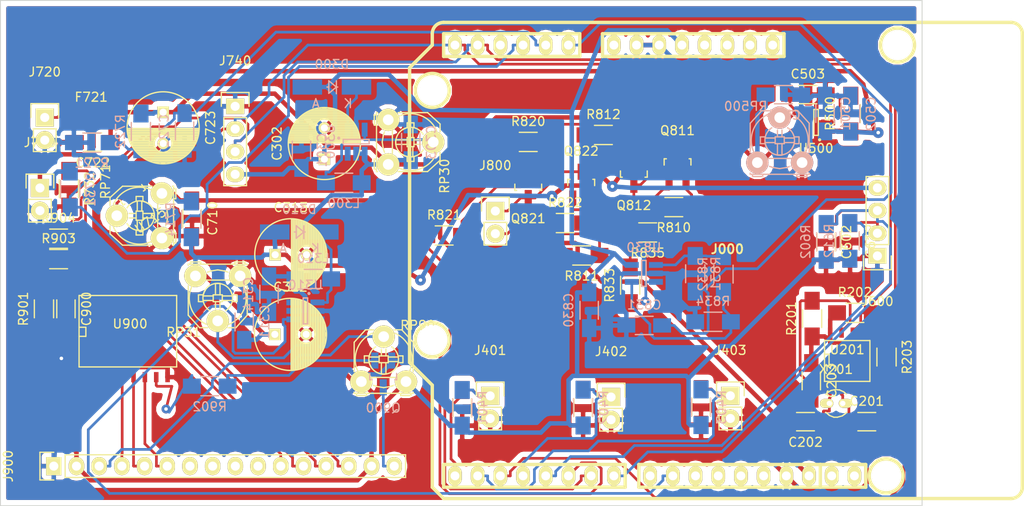
<source format=kicad_pcb>
(kicad_pcb (version 4) (host pcbnew 4.0.2-stable)
  (layers (0 F.Cu signal) (31 B.Cu signal) (34 B.Paste user) (35 F.Paste user) (36 B.SilkS user) (37 F.SilkS user) (38 B.Mask user) (39 F.Mask user) (44 Edge.Cuts user))
  (net 0 "")
  (net 1 "Net-(C201-Pad1)")
  (net 2 GND)
  (net 3 "Net-(C202-Pad1)")
  (net 4 V_rtc)
  (net 5 VCC)
  (net 6 V_bat)
  (net 7 +12V)
  (net 8 BP1)
  (net 9 BP2)
  (net 10 BP3)
  (net 11 V_sol)
  (net 12 "Net-(C503-Pad1)")
  (net 13 quadA)
  (net 14 V_ref)
  (net 15 M_bat)
  (net 16 M_imot)
  (net 17 "Net-(D300-Pad1)")
  (net 18 "Net-(D310-Pad1)")
  (net 19 "Net-(F721-Pad1)")
  (net 20 M_sol)
  (net 21 SDA)
  (net 22 SCL)
  (net 23 alarm)
  (net 24 quadB)
  (net 25 C_bkw)
  (net 26 C_frw)
  (net 27 buzz)
  (net 28 mot_A)
  (net 29 mot_B)
  (net 30 "Net-(J900-Pad3)")
  (net 31 "Net-(J900-Pad4)")
  (net 32 "Net-(J900-Pad5)")
  (net 33 "Net-(J900-Pad6)")
  (net 34 "Net-(J900-Pad11)")
  (net 35 "Net-(J900-Pad12)")
  (net 36 "Net-(J900-Pad13)")
  (net 37 "Net-(J900-Pad14)")
  (net 38 "Net-(J900-Pad16)")
  (net 39 "Net-(Q811-Pad1)")
  (net 40 "Net-(Q811-Pad2)")
  (net 41 "Net-(Q812-Pad1)")
  (net 42 "Net-(Q821-Pad1)")
  (net 43 "Net-(Q822-Pad1)")
  (net 44 "Net-(Q900-Pad1)")
  (net 45 "Net-(R500-Pad2)")
  (net 46 "Net-(R831-Pad2)")
  (net 47 "Net-(R832-Pad2)")
  (net 48 "Net-(R833-Pad1)")
  (net 49 "Net-(R901-Pad1)")
  (net 50 "Net-(R902-Pad1)")
  (net 51 "Net-(RP30-Pad2)")
  (net 52 "Net-(RP31-Pad2)")
  (net 53 "Net-(RP71-Pad2)")
  (module w_conn_misc:arduino_header (layer F.Cu) (at 180.64 120.09 180)
    (fp_text reference J000 (at 0 1.27 180) (layer F.SilkS) (effects (font (size 1.016 1.016) (thickness 0.2032))))
    (fp_text value Arduino_Header hide)
    (pad 1 thru_hole oval (at -5.08 24.13 180) (size 1.524 2.19964) (drill 1.00076) (layers *.Cu *.Mask F.SilkS))
    (pad 2 thru_hole oval (at -2.54 24.13 180) (size 1.524 2.19964) (drill 1.00076) (layers *.Cu *.Mask F.SilkS))
    (pad 3 thru_hole oval (at 0 24.13 180) (size 1.524 2.19964) (drill 1.00076) (layers *.Cu *.Mask F.SilkS))
    (pad 4 thru_hole oval (at 2.54 24.13 180) (size 1.524 2.19964) (drill 1.00076) (layers *.Cu *.Mask F.SilkS))
    (pad 5 thru_hole oval (at 5.08 24.13 180) (size 1.524 2.19964) (drill 1.00076) (layers *.Cu *.Mask F.SilkS) (net 5 VCC))
    (pad 6 thru_hole oval (at 7.62 24.13 180) (size 1.524 2.19964) (drill 1.00076) (layers *.Cu *.Mask F.SilkS) (net 2 GND))
    (pad 7 thru_hole oval (at 10.16 24.13 180) (size 1.524 2.19964) (drill 1.00076) (layers *.Cu *.Mask F.SilkS) (net 2 GND))
    (pad 8 thru_hole oval (at 12.7 24.13 180) (size 1.524 2.19964) (drill 1.00076) (layers *.Cu *.Mask F.SilkS))
    (pad 9 thru_hole oval (at 17.78 24.13 180) (size 1.524 2.19964) (drill 1.00076) (layers *.Cu *.Mask F.SilkS) (net 16 M_imot))
    (pad 10 thru_hole oval (at 20.32 24.13 180) (size 1.524 2.19964) (drill 1.00076) (layers *.Cu *.Mask F.SilkS) (net 15 M_bat))
    (pad 11 thru_hole oval (at 22.86 24.13 180) (size 1.524 2.19964) (drill 1.00076) (layers *.Cu *.Mask F.SilkS) (net 20 M_sol))
    (pad 12 thru_hole oval (at 25.4 24.13 180) (size 1.524 2.19964) (drill 1.00076) (layers *.Cu *.Mask F.SilkS))
    (pad 13 thru_hole oval (at 27.94 24.13 180) (size 1.524 2.19964) (drill 1.00076) (layers *.Cu *.Mask F.SilkS) (net 21 SDA))
    (pad 14 thru_hole oval (at 30.48 24.13 180) (size 1.524 2.19964) (drill 1.00076) (layers *.Cu *.Mask F.SilkS) (net 22 SCL))
    (pad "" np_thru_hole circle (at -19.05 24.13 180) (size 3.19786 3.19786) (drill 3.19786) (layers *.Cu *.Mask F.SilkS))
    (pad "" np_thru_hole circle (at 33.02 19.05 180) (size 3.19786 3.19786) (drill 3.19786) (layers *.Cu *.Mask F.SilkS))
    (pad 15 thru_hole oval (at 30.48 -24.13 180) (size 1.524 2.1971) (drill 0.99822) (layers *.Cu *.Mask F.SilkS) (net 8 BP1))
    (pad 16 thru_hole oval (at 27.94 -24.13 180) (size 1.524 2.1971) (drill 0.99822) (layers *.Cu *.Mask F.SilkS) (net 10 BP3))
    (pad 17 thru_hole oval (at 25.4 -24.13 180) (size 1.524 2.1971) (drill 0.99822) (layers *.Cu *.Mask F.SilkS) (net 23 alarm))
    (pad 18 thru_hole oval (at 22.86 -24.13 180) (size 1.524 2.1971) (drill 0.99822) (layers *.Cu *.Mask F.SilkS) (net 9 BP2))
    (pad 19 thru_hole oval (at 20.32 -24.13 180) (size 1.524 2.1971) (drill 0.99822) (layers *.Cu *.Mask F.SilkS) (net 24 quadB))
    (pad 20 thru_hole oval (at 17.78 -24.13 180) (size 1.524 2.1971) (drill 0.99822) (layers *.Cu *.Mask F.SilkS) (net 25 C_bkw))
    (pad 21 thru_hole oval (at 15.24 -24.13 180) (size 1.524 2.1971) (drill 0.99822) (layers *.Cu *.Mask F.SilkS) (net 26 C_frw))
    (pad 22 thru_hole oval (at 12.7 -24.13 180) (size 1.524 2.1971) (drill 0.99822) (layers *.Cu *.Mask F.SilkS) (net 13 quadA))
    (pad 23 thru_hole oval (at 8.636 -24.13 180) (size 1.524 2.1971) (drill 0.99822) (layers *.Cu *.Mask F.SilkS))
    (pad 24 thru_hole oval (at 6.096 -24.13 180) (size 1.524 2.1971) (drill 0.99822) (layers *.Cu *.Mask F.SilkS) (net 27 buzz))
    (pad 25 thru_hole oval (at 3.556 -24.13 180) (size 1.524 2.1971) (drill 0.99822) (layers *.Cu *.Mask F.SilkS))
    (pad 26 thru_hole oval (at 1.016 -24.13 180) (size 1.524 2.1971) (drill 0.99822) (layers *.Cu *.Mask F.SilkS))
    (pad 27 thru_hole oval (at -1.524 -24.13 180) (size 1.524 2.1971) (drill 0.99822) (layers *.Cu *.Mask F.SilkS))
    (pad 28 thru_hole oval (at -4.064 -24.13 180) (size 1.524 2.1971) (drill 0.99822) (layers *.Cu *.Mask F.SilkS))
    (pad 29 thru_hole oval (at -6.604 -24.13 180) (size 1.524 2.1971) (drill 0.99822) (layers *.Cu *.Mask F.SilkS) (net 2 GND))
    (pad 30 thru_hole oval (at -9.14146 -24.13 180) (size 1.524 2.1971) (drill 0.99822) (layers *.Cu *.Mask F.SilkS) (net 14 V_ref))
    (pad "" np_thru_hole circle (at -17.78 -24.13 180) (size 3.19786 3.19786) (drill 3.19786) (layers *.Cu *.Mask F.SilkS))
    (pad 31 thru_hole oval (at -11.684 -24.13 180) (size 1.524 2.1971) (drill 0.99822) (layers *.Cu *.Mask F.SilkS))
    (pad 32 thru_hole oval (at -14.224 -24.13 180) (size 1.524 2.1971) (drill 0.99822) (layers *.Cu *.Mask F.SilkS))
    (pad "" np_thru_hole circle (at 33.02 -8.89 180) (size 3.19786 3.19786) (drill 3.19786) (layers *.Cu *.Mask F.SilkS))
  )
  (module Capacitors_SMD:C_1206_HandSoldering (layer F.Cu) (at 196.25 138.15)
    (fp_text reference C201 (at 0 -2.3) (layer F.SilkS))
    (fp_text value 10p)
    (pad 1 smd rect (at -2 0) (size 2 1.6) (layers F.Cu F.Paste F.Mask) (net 1 "Net-(C201-Pad1)"))
    (pad 2 smd rect (at 2 0) (size 2 1.6) (layers F.Cu F.Paste F.Mask) (net 2 GND))
  )
  (module Capacitors_SMD:C_1206_HandSoldering (layer F.Cu) (at 189.39 138.15 180)
    (fp_text reference C202 (at 0 -2.3 180) (layer F.SilkS))
    (fp_text value 10p)
    (pad 1 smd rect (at -2 0 180) (size 2 1.6) (layers F.Cu F.Paste F.Mask) (net 3 "Net-(C202-Pad1)"))
    (pad 2 smd rect (at 2 0 180) (size 2 1.6) (layers F.Cu F.Paste F.Mask) (net 2 GND))
  )
  (module Capacitors_SMD:C_1206_HandSoldering (layer F.Cu) (at 190.04 133.58 270)
    (fp_text reference C203 (at 0 -2.3 270) (layer F.SilkS))
    (fp_text value 10n)
    (pad 1 smd rect (at -2 0 270) (size 2 1.6) (layers F.Cu F.Paste F.Mask) (net 4 V_rtc))
    (pad 2 smd rect (at 2 0 270) (size 2 1.6) (layers F.Cu F.Paste F.Mask) (net 2 GND))
  )
  (module Capacitors_SMD:C_1206_HandSoldering (layer B.Cu) (at 132.98 107.72 90)
    (fp_text reference C301 (at 0 2.3 90) (layer B.SilkS) (effects (justify mirror)))
    (fp_text value 10uF)
    (pad 1 smd rect (at -2 0 90) (size 2 1.6) (layers B.Cu B.Paste B.Mask) (net 5 VCC))
    (pad 2 smd rect (at 2 0 90) (size 2 1.6) (layers B.Cu B.Paste B.Mask) (net 2 GND))
  )
  (module Capacitors_ThroughHole:C_Radial_D8_L11.5_P3.5 (layer F.Cu) (at 135.54 108.74 90)
    (fp_text reference C302 (at 1.75 -5.3 90) (layer F.SilkS))
    (fp_text value 470uF)
    (pad 2 thru_hole circle (at 3.5 0 90) (size 1.3 1.3) (drill 0.8) (layers *.Cu *.Mask F.SilkS) (net 2 GND))
    (pad 1 thru_hole rect (at 0 0 90) (size 1.3 1.3) (drill 0.8) (layers *.Cu *.Mask F.SilkS) (net 5 VCC))
  )
  (module Capacitors_SMD:C_1206_HandSoldering (layer B.Cu) (at 145.21 106.85 90)
    (fp_text reference C303 (at 0 2.3 90) (layer B.SilkS) (effects (justify mirror)))
    (fp_text value 10uF)
    (pad 1 smd rect (at -2 0 90) (size 2 1.6) (layers B.Cu B.Paste B.Mask) (net 6 V_bat))
    (pad 2 smd rect (at 2 0 90) (size 2 1.6) (layers B.Cu B.Paste B.Mask) (net 2 GND))
  )
  (module Capacitors_SMD:C_1206_HandSoldering (layer B.Cu) (at 126.57 126.98 90)
    (fp_text reference C311 (at 0 2.3 90) (layer B.SilkS) (effects (justify mirror)))
    (fp_text value 10uF)
    (pad 1 smd rect (at -2 0 90) (size 2 1.6) (layers B.Cu B.Paste B.Mask) (net 7 +12V))
    (pad 2 smd rect (at 2 0 90) (size 2 1.6) (layers B.Cu B.Paste B.Mask) (net 2 GND))
  )
  (module Capacitors_ThroughHole:C_Radial_D8_L11.5_P3.5 (layer F.Cu) (at 130 128.37)
    (fp_text reference C312 (at 1.75 -5.3) (layer F.SilkS))
    (fp_text value 470uF)
    (pad 2 thru_hole circle (at 3.5 0) (size 1.3 1.3) (drill 0.8) (layers *.Cu *.Mask F.SilkS) (net 2 GND))
    (pad 1 thru_hole rect (at 0 0) (size 1.3 1.3) (drill 0.8) (layers *.Cu *.Mask F.SilkS) (net 7 +12V))
  )
  (module Capacitors_ThroughHole:C_Radial_D8_L11.5_P3.5 (layer F.Cu) (at 130.04 119.45)
    (fp_text reference C313 (at 1.75 -5.3) (layer F.SilkS))
    (fp_text value 470uF)
    (pad 2 thru_hole circle (at 3.5 0) (size 1.3 1.3) (drill 0.8) (layers *.Cu *.Mask F.SilkS) (net 2 GND))
    (pad 1 thru_hole rect (at 0 0) (size 1.3 1.3) (drill 0.8) (layers *.Cu *.Mask F.SilkS) (net 7 +12V))
  )
  (module Capacitors_SMD:C_1206_HandSoldering (layer B.Cu) (at 129.35 123.87 270)
    (fp_text reference C314 (at 0 2.3 270) (layer B.SilkS) (effects (justify mirror)))
    (fp_text value 10uF)
    (pad 1 smd rect (at -2 0 270) (size 2 1.6) (layers B.Cu B.Paste B.Mask) (net 6 V_bat))
    (pad 2 smd rect (at 2 0 270) (size 2 1.6) (layers B.Cu B.Paste B.Mask) (net 2 GND))
  )
  (module Capacitors_SMD:C_1206_HandSoldering (layer F.Cu) (at 150.97 136.6 270)
    (fp_text reference C401 (at 0 -2.3 270) (layer F.SilkS))
    (fp_text value 10n)
    (pad 1 smd rect (at -2 0 270) (size 2 1.6) (layers F.Cu F.Paste F.Mask) (net 8 BP1))
    (pad 2 smd rect (at 2 0 270) (size 2 1.6) (layers F.Cu F.Paste F.Mask) (net 2 GND))
  )
  (module Capacitors_SMD:C_1206_HandSoldering (layer F.Cu) (at 164.5 136.57 270)
    (fp_text reference C402 (at 0 -2.3 270) (layer F.SilkS))
    (fp_text value 10n)
    (pad 1 smd rect (at -2 0 270) (size 2 1.6) (layers F.Cu F.Paste F.Mask) (net 9 BP2))
    (pad 2 smd rect (at 2 0 270) (size 2 1.6) (layers F.Cu F.Paste F.Mask) (net 2 GND))
  )
  (module Capacitors_SMD:C_1206_HandSoldering (layer F.Cu) (at 177.7 136.49 270)
    (fp_text reference C403 (at 0 -2.3 270) (layer F.SilkS))
    (fp_text value 10n)
    (pad 1 smd rect (at -2 0 270) (size 2 1.6) (layers F.Cu F.Paste F.Mask) (net 10 BP3))
    (pad 2 smd rect (at 2 0 270) (size 2 1.6) (layers F.Cu F.Paste F.Mask) (net 2 GND))
  )
  (module Capacitors_SMD:C_1206_HandSoldering (layer B.Cu) (at 191.575 103.625 90)
    (fp_text reference C501 (at 0 2.3 90) (layer B.SilkS) (effects (justify mirror)))
    (fp_text value 10uF)
    (pad 1 smd rect (at -2 0 90) (size 2 1.6) (layers B.Cu B.Paste B.Mask) (net 11 V_sol))
    (pad 2 smd rect (at 2 0 90) (size 2 1.6) (layers B.Cu B.Paste B.Mask) (net 2 GND))
  )
  (module Capacitors_SMD:C_1206_HandSoldering (layer B.Cu) (at 194.435 103.665 90)
    (fp_text reference C502 (at 0 2.3 90) (layer B.SilkS) (effects (justify mirror)))
    (fp_text value 10n)
    (pad 1 smd rect (at -2 0 90) (size 2 1.6) (layers B.Cu B.Paste B.Mask) (net 11 V_sol))
    (pad 2 smd rect (at 2 0 90) (size 2 1.6) (layers B.Cu B.Paste B.Mask) (net 2 GND))
  )
  (module Capacitors_SMD:C_1206_HandSoldering (layer F.Cu) (at 189.655 101.505)
    (fp_text reference C503 (at 0 -2.3) (layer F.SilkS))
    (fp_text value 10n)
    (pad 1 smd rect (at -2 0) (size 2 1.6) (layers F.Cu F.Paste F.Mask) (net 12 "Net-(C503-Pad1)"))
    (pad 2 smd rect (at 2 0) (size 2 1.6) (layers F.Cu F.Paste F.Mask) (net 2 GND))
  )
  (module Capacitors_SMD:C_1206_HandSoldering (layer B.Cu) (at 186.915 101.515)
    (fp_text reference C504 (at 0 2.3) (layer B.SilkS) (effects (justify mirror)))
    (fp_text value 10uF)
    (pad 1 smd rect (at -2 0) (size 2 1.6) (layers B.Cu B.Paste B.Mask) (net 6 V_bat))
    (pad 2 smd rect (at 2 0) (size 2 1.6) (layers B.Cu B.Paste B.Mask) (net 2 GND))
  )
  (module Capacitors_SMD:C_1206_HandSoldering (layer F.Cu) (at 191.69 118.03 270)
    (fp_text reference C602 (at 0 -2.3 270) (layer F.SilkS))
    (fp_text value 100nF)
    (pad 1 smd rect (at -2 0 270) (size 2 1.6) (layers F.Cu F.Paste F.Mask) (net 13 quadA))
    (pad 2 smd rect (at 2 0 270) (size 2 1.6) (layers F.Cu F.Paste F.Mask) (net 2 GND))
  )
  (module Capacitors_SMD:C_1206_HandSoldering (layer F.Cu) (at 194.38 117.91 270)
    (fp_text reference C612 (at 0 -2.3 270) (layer F.SilkS))
    (fp_text value 100nF)
    (pad 1 smd rect (at -2 0 270) (size 2 1.6) (layers F.Cu F.Paste F.Mask) (net 24 quadB))
    (pad 2 smd rect (at 2 0 270) (size 2 1.6) (layers F.Cu F.Paste F.Mask) (net 2 GND))
  )
  (module Capacitors_SMD:C_1206_HandSoldering (layer F.Cu) (at 120.735 115.365 270)
    (fp_text reference C710 (at 0 -2.3 270) (layer F.SilkS))
    (fp_text value 10n)
    (pad 1 smd rect (at -2 0 270) (size 2 1.6) (layers F.Cu F.Paste F.Mask) (net 14 V_ref))
    (pad 2 smd rect (at 2 0 270) (size 2 1.6) (layers F.Cu F.Paste F.Mask) (net 2 GND))
  )
  (module Capacitors_SMD:C_1206_HandSoldering (layer B.Cu) (at 119.9 105.58 270)
    (fp_text reference C721 (at 0 2.3 270) (layer B.SilkS) (effects (justify mirror)))
    (fp_text value 10n)
    (pad 1 smd rect (at -2 0 270) (size 2 1.6) (layers B.Cu B.Paste B.Mask) (net 15 M_bat))
    (pad 2 smd rect (at 2 0 270) (size 2 1.6) (layers B.Cu B.Paste B.Mask) (net 2 GND))
  )
  (module Capacitors_SMD:C_1206_HandSoldering (layer F.Cu) (at 109.62 106.83 180)
    (fp_text reference C722 (at 0 -2.3 180) (layer F.SilkS))
    (fp_text value 10uF)
    (pad 1 smd rect (at -2 0 180) (size 2 1.6) (layers F.Cu F.Paste F.Mask) (net 6 V_bat))
    (pad 2 smd rect (at 2 0 180) (size 2 1.6) (layers F.Cu F.Paste F.Mask) (net 2 GND))
  )
  (module Capacitors_ThroughHole:C_Radial_D8_L11.5_P3.5 (layer F.Cu) (at 117.5 103.48 270)
    (fp_text reference C723 (at 1.75 -5.3 270) (layer F.SilkS))
    (fp_text value 470uF)
    (pad 2 thru_hole circle (at 3.5 0 270) (size 1.3 1.3) (drill 0.8) (layers *.Cu *.Mask F.SilkS) (net 2 GND))
    (pad 1 thru_hole rect (at 0 0 270) (size 1.3 1.3) (drill 0.8) (layers *.Cu *.Mask F.SilkS) (net 6 V_bat))
  )
  (module Capacitors_SMD:C_1206_HandSoldering (layer B.Cu) (at 165.18 125.67 270)
    (fp_text reference C830 (at 0 2.3 270) (layer B.SilkS) (effects (justify mirror)))
    (fp_text value 100n)
    (pad 1 smd rect (at -2 0 270) (size 2 1.6) (layers B.Cu B.Paste B.Mask) (net 5 VCC))
    (pad 2 smd rect (at 2 0 270) (size 2 1.6) (layers B.Cu B.Paste B.Mask) (net 2 GND))
  )
  (module Capacitors_SMD:C_1206_HandSoldering (layer B.Cu) (at 171.34 127.37 180)
    (fp_text reference C831 (at 0 2.3 180) (layer B.SilkS) (effects (justify mirror)))
    (fp_text value 100n)
    (pad 1 smd rect (at -2 0 180) (size 2 1.6) (layers B.Cu B.Paste B.Mask) (net 16 M_imot))
    (pad 2 smd rect (at 2 0 180) (size 2 1.6) (layers B.Cu B.Paste B.Mask) (net 2 GND))
  )
  (module Capacitors_SMD:C_1206_HandSoldering (layer F.Cu) (at 106.62 125.51 270)
    (fp_text reference C900 (at 0 -2.3 270) (layer F.SilkS))
    (fp_text value 100nF)
    (pad 1 smd rect (at -2 0 270) (size 2 1.6) (layers F.Cu F.Paste F.Mask) (net 5 VCC))
    (pad 2 smd rect (at 2 0 270) (size 2 1.6) (layers F.Cu F.Paste F.Mask) (net 2 GND))
  )
  (module Diodes_SMD:MiniMELF_Handsoldering (layer B.Cu) (at 136.388 100.662 180)
    (fp_text reference D300 (at 0 2.54 180) (layer B.SilkS) (effects (justify mirror)))
    (fp_text value SCHOTTKY)
    (fp_text user K (at -1.8 -1.85 180) (layer B.SilkS) (effects (justify mirror)))
    (fp_text user A (at 1.8 -1.85 180) (layer B.SilkS) (effects (justify mirror)))
    (pad 1 smd rect (at -2.75082 0 180) (size 3.29946 1.69926) (layers B.Cu B.Paste B.Mask) (net 17 "Net-(D300-Pad1)"))
    (pad 2 smd rect (at 2.75082 0 180) (size 3.29946 1.69926) (layers B.Cu B.Paste B.Mask) (net 5 VCC))
  )
  (module Diodes_SMD:MiniMELF_Handsoldering (layer B.Cu) (at 132.74 116.9 180)
    (fp_text reference D310 (at 0 2.54 180) (layer B.SilkS) (effects (justify mirror)))
    (fp_text value SCHOTTKY)
    (fp_text user K (at -1.8 -1.85 180) (layer B.SilkS) (effects (justify mirror)))
    (fp_text user A (at 1.8 -1.85 180) (layer B.SilkS) (effects (justify mirror)))
    (pad 1 smd rect (at -2.75082 0 180) (size 3.29946 1.69926) (layers B.Cu B.Paste B.Mask) (net 18 "Net-(D310-Pad1)"))
    (pad 2 smd rect (at 2.75082 0 180) (size 3.29946 1.69926) (layers B.Cu B.Paste B.Mask) (net 7 +12V))
  )
  (module Fuse_Holders_and_Fuses:Fuse_SMD1206_HandSoldering (layer F.Cu) (at 109.5 103.99)
    (fp_text reference F721 (at -0.0508 -2.19964) (layer F.SilkS))
    (fp_text value 5A)
    (pad 1 smd rect (at -2.08534 0 90) (size 2.02946 2.65176) (layers F.Cu F.Paste F.Mask) (net 19 "Net-(F721-Pad1)"))
    (pad 2 smd rect (at 2.08534 0 90) (size 2.02946 2.65176) (layers F.Cu F.Paste F.Mask) (net 6 V_bat))
  )
  (module Pin_Headers:Pin_Header_Straight_1x02 (layer F.Cu) (at 154.1 135.26)
    (fp_text reference J401 (at 0 -5.1) (layer F.SilkS))
    (fp_text value HEADER_2)
    (pad 1 thru_hole rect (at 0 0) (size 2.032 2.032) (drill 1.016) (layers *.Cu *.Mask F.SilkS) (net 8 BP1))
    (pad 2 thru_hole oval (at 0 2.54) (size 2.032 2.032) (drill 1.016) (layers *.Cu *.Mask F.SilkS) (net 2 GND))
  )
  (module Pin_Headers:Pin_Header_Straight_1x02 (layer F.Cu) (at 167.63 135.39)
    (fp_text reference J402 (at 0 -5.1) (layer F.SilkS))
    (fp_text value HEADER_2)
    (pad 1 thru_hole rect (at 0 0) (size 2.032 2.032) (drill 1.016) (layers *.Cu *.Mask F.SilkS) (net 9 BP2))
    (pad 2 thru_hole oval (at 0 2.54) (size 2.032 2.032) (drill 1.016) (layers *.Cu *.Mask F.SilkS) (net 2 GND))
  )
  (module Pin_Headers:Pin_Header_Straight_1x02 (layer F.Cu) (at 180.98 135.25)
    (fp_text reference J403 (at 0 -5.1) (layer F.SilkS))
    (fp_text value HEADER_2)
    (pad 1 thru_hole rect (at 0 0) (size 2.032 2.032) (drill 1.016) (layers *.Cu *.Mask F.SilkS) (net 10 BP3))
    (pad 2 thru_hole oval (at 0 2.54) (size 2.032 2.032) (drill 1.016) (layers *.Cu *.Mask F.SilkS) (net 2 GND))
  )
  (module Pin_Headers:Pin_Header_Straight_1x04 (layer F.Cu) (at 197.44 119.58 180)
    (fp_text reference J600 (at 0 -5.1 180) (layer F.SilkS))
    (fp_text value HEADER_4)
    (pad 1 thru_hole rect (at 0 0 180) (size 2.032 1.7272) (drill 1.016) (layers *.Cu *.Mask F.SilkS) (net 2 GND))
    (pad 2 thru_hole oval (at 0 2.54 180) (size 2.032 1.7272) (drill 1.016) (layers *.Cu *.Mask F.SilkS) (net 24 quadB))
    (pad 3 thru_hole oval (at 0 5.08 180) (size 2.032 1.7272) (drill 1.016) (layers *.Cu *.Mask F.SilkS) (net 13 quadA))
    (pad 4 thru_hole oval (at 0 7.62 180) (size 2.032 1.7272) (drill 1.016) (layers *.Cu *.Mask F.SilkS) (net 7 +12V))
  )
  (module Pin_Headers:Pin_Header_Straight_1x02 (layer F.Cu) (at 104.25 104.07)
    (fp_text reference J720 (at 0 -5.1) (layer F.SilkS))
    (fp_text value HEADER_2)
    (pad 1 thru_hole rect (at 0 0) (size 2.032 2.032) (drill 1.016) (layers *.Cu *.Mask F.SilkS) (net 19 "Net-(F721-Pad1)"))
    (pad 2 thru_hole oval (at 0 2.54) (size 2.032 2.032) (drill 1.016) (layers *.Cu *.Mask F.SilkS) (net 2 GND))
  )
  (module Pin_Headers:Pin_Header_Straight_1x02 (layer F.Cu) (at 103.71 111.97)
    (fp_text reference J730 (at 0 -5.1) (layer F.SilkS))
    (fp_text value HEADER_2)
    (pad 1 thru_hole rect (at 0 0) (size 2.032 2.032) (drill 1.016) (layers *.Cu *.Mask F.SilkS) (net 11 V_sol))
    (pad 2 thru_hole oval (at 0 2.54) (size 2.032 2.032) (drill 1.016) (layers *.Cu *.Mask F.SilkS) (net 2 GND))
  )
  (module Pin_Headers:Pin_Header_Straight_1x04 (layer F.Cu) (at 125.56 102.82)
    (fp_text reference J740 (at 0 -5.1) (layer F.SilkS))
    (fp_text value HEADER_4)
    (pad 1 thru_hole rect (at 0 0) (size 2.032 1.7272) (drill 1.016) (layers *.Cu *.Mask F.SilkS) (net 2 GND))
    (pad 2 thru_hole oval (at 0 2.54) (size 2.032 1.7272) (drill 1.016) (layers *.Cu *.Mask F.SilkS) (net 22 SCL))
    (pad 3 thru_hole oval (at 0 5.08) (size 2.032 1.7272) (drill 1.016) (layers *.Cu *.Mask F.SilkS) (net 21 SDA))
    (pad 4 thru_hole oval (at 0 7.62) (size 2.032 1.7272) (drill 1.016) (layers *.Cu *.Mask F.SilkS) (net 5 VCC))
  )
  (module Pin_Headers:Pin_Header_Straight_1x02 (layer F.Cu) (at 154.68 114.55)
    (fp_text reference J800 (at 0 -5.1) (layer F.SilkS))
    (fp_text value HEADER_2)
    (pad 1 thru_hole rect (at 0 0) (size 2.032 2.032) (drill 1.016) (layers *.Cu *.Mask F.SilkS) (net 28 mot_A))
    (pad 2 thru_hole oval (at 0 2.54) (size 2.032 2.032) (drill 1.016) (layers *.Cu *.Mask F.SilkS) (net 29 mot_B))
  )
  (module Pin_Headers:Pin_Header_Straight_1x16 (layer F.Cu) (at 105.26 143.13 90)
    (fp_text reference J900 (at 0 -5.1 90) (layer F.SilkS))
    (fp_text value HEADER_16)
    (pad 1 thru_hole rect (at 0 0 90) (size 2.032 1.7272) (drill 1.016) (layers *.Cu *.Mask F.SilkS) (net 2 GND))
    (pad 2 thru_hole oval (at 0 2.54 90) (size 2.032 1.7272) (drill 1.016) (layers *.Cu *.Mask F.SilkS) (net 5 VCC))
    (pad 3 thru_hole oval (at 0 5.08 90) (size 2.032 1.7272) (drill 1.016) (layers *.Cu *.Mask F.SilkS) (net 30 "Net-(J900-Pad3)"))
    (pad 4 thru_hole oval (at 0 7.62 90) (size 2.032 1.7272) (drill 1.016) (layers *.Cu *.Mask F.SilkS) (net 31 "Net-(J900-Pad4)"))
    (pad 5 thru_hole oval (at 0 10.16 90) (size 2.032 1.7272) (drill 1.016) (layers *.Cu *.Mask F.SilkS) (net 32 "Net-(J900-Pad5)"))
    (pad 6 thru_hole oval (at 0 12.7 90) (size 2.032 1.7272) (drill 1.016) (layers *.Cu *.Mask F.SilkS) (net 33 "Net-(J900-Pad6)"))
    (pad 7 thru_hole oval (at 0 15.24 90) (size 2.032 1.7272) (drill 1.016) (layers *.Cu *.Mask F.SilkS))
    (pad 8 thru_hole oval (at 0 17.78 90) (size 2.032 1.7272) (drill 1.016) (layers *.Cu *.Mask F.SilkS))
    (pad 9 thru_hole oval (at 0 20.32 90) (size 2.032 1.7272) (drill 1.016) (layers *.Cu *.Mask F.SilkS))
    (pad 10 thru_hole oval (at 0 22.86 90) (size 2.032 1.7272) (drill 1.016) (layers *.Cu *.Mask F.SilkS))
    (pad 11 thru_hole oval (at 0 25.4 90) (size 2.032 1.7272) (drill 1.016) (layers *.Cu *.Mask F.SilkS) (net 34 "Net-(J900-Pad11)"))
    (pad 12 thru_hole oval (at 0 27.94 90) (size 2.032 1.7272) (drill 1.016) (layers *.Cu *.Mask F.SilkS) (net 35 "Net-(J900-Pad12)"))
    (pad 13 thru_hole oval (at 0 30.48 90) (size 2.032 1.7272) (drill 1.016) (layers *.Cu *.Mask F.SilkS) (net 36 "Net-(J900-Pad13)"))
    (pad 14 thru_hole oval (at 0 33.02 90) (size 2.032 1.7272) (drill 1.016) (layers *.Cu *.Mask F.SilkS) (net 37 "Net-(J900-Pad14)"))
    (pad 15 thru_hole oval (at 0 35.56 90) (size 2.032 1.7272) (drill 1.016) (layers *.Cu *.Mask F.SilkS) (net 5 VCC))
    (pad 16 thru_hole oval (at 0 38.1 90) (size 2.032 1.7272) (drill 1.016) (layers *.Cu *.Mask F.SilkS) (net 38 "Net-(J900-Pad16)"))
  )
  (module Resistors_SMD:R_1206_HandSoldering (layer B.Cu) (at 137.72 111.39)
    (fp_text reference L300 (at 0 2.3) (layer B.SilkS) (effects (justify mirror)))
    (fp_text value INDUCTOR)
    (pad 1 smd rect (at -2 0) (size 2 1.7) (layers B.Cu B.Paste B.Mask) (net 17 "Net-(D300-Pad1)"))
    (pad 2 smd rect (at 2 0) (size 2 1.7) (layers B.Cu B.Paste B.Mask) (net 6 V_bat))
  )
  (module Resistors_SMD:R_1206_HandSoldering (layer B.Cu) (at 134.3 122.16 180)
    (fp_text reference L310 (at 0 2.3 180) (layer B.SilkS) (effects (justify mirror)))
    (fp_text value INDUCTOR)
    (pad 1 smd rect (at -2 0 180) (size 2 1.7) (layers B.Cu B.Paste B.Mask) (net 18 "Net-(D310-Pad1)"))
    (pad 2 smd rect (at 2 0 180) (size 2 1.7) (layers B.Cu B.Paste B.Mask) (net 6 V_bat))
  )
  (module TO_SOT_Packages_SMD:SOT-23_Handsoldering (layer F.Cu) (at 175.07 109.35)
    (fp_text reference Q811 (at 0 -3.81) (layer F.SilkS))
    (fp_text value PBSS4320)
    (pad 1 smd rect (at -0.95 1.50114) (size 0.8001 1.80086) (layers F.Cu F.Paste F.Mask) (net 39 "Net-(Q811-Pad1)"))
    (pad 2 smd rect (at 0.95 1.50114) (size 0.8001 1.80086) (layers F.Cu F.Paste F.Mask) (net 40 "Net-(Q811-Pad2)"))
    (pad 3 smd rect (at 0 -1.50114) (size 0.8001 1.80086) (layers F.Cu F.Paste F.Mask) (net 29 mot_B))
  )
  (module TO_SOT_Packages_SMD:SOT-23_Handsoldering (layer F.Cu) (at 170.18 110.11 180)
    (fp_text reference Q812 (at 0 -3.81 180) (layer F.SilkS))
    (fp_text value PBSS5350)
    (pad 1 smd rect (at -0.95 1.50114 180) (size 0.8001 1.80086) (layers F.Cu F.Paste F.Mask) (net 41 "Net-(Q812-Pad1)"))
    (pad 2 smd rect (at 0.95 1.50114 180) (size 0.8001 1.80086) (layers F.Cu F.Paste F.Mask) (net 7 +12V))
    (pad 3 smd rect (at 0 -1.50114 180) (size 0.8001 1.80086) (layers F.Cu F.Paste F.Mask) (net 29 mot_B))
  )
  (module TO_SOT_Packages_SMD:SOT-23_Handsoldering (layer F.Cu) (at 158.36 111.59 180)
    (fp_text reference Q821 (at 0 -3.81 180) (layer F.SilkS))
    (fp_text value PBSS4320)
    (pad 1 smd rect (at -0.95 1.50114 180) (size 0.8001 1.80086) (layers F.Cu F.Paste F.Mask) (net 42 "Net-(Q821-Pad1)"))
    (pad 2 smd rect (at 0.95 1.50114 180) (size 0.8001 1.80086) (layers F.Cu F.Paste F.Mask) (net 40 "Net-(Q811-Pad2)"))
    (pad 3 smd rect (at 0 -1.50114 180) (size 0.8001 1.80086) (layers F.Cu F.Paste F.Mask) (net 28 mot_A))
  )
  (module TO_SOT_Packages_SMD:SOT-23_Handsoldering (layer F.Cu) (at 164.29 111.65)
    (fp_text reference Q822 (at 0 -3.81) (layer F.SilkS))
    (fp_text value PBSS5350)
    (pad 1 smd rect (at -0.95 1.50114) (size 0.8001 1.80086) (layers F.Cu F.Paste F.Mask) (net 43 "Net-(Q822-Pad1)"))
    (pad 2 smd rect (at 0.95 1.50114) (size 0.8001 1.80086) (layers F.Cu F.Paste F.Mask) (net 7 +12V))
    (pad 3 smd rect (at 0 -1.50114) (size 0.8001 1.80086) (layers F.Cu F.Paste F.Mask) (net 28 mot_A))
  )
  (module TO_SOT_Packages_SMD:SOT-23_Handsoldering (layer B.Cu) (at 142.13 132.8)
    (fp_text reference Q900 (at 0 3.81) (layer B.SilkS) (effects (justify mirror)))
    (fp_text value PBSS4320)
    (pad 1 smd rect (at -0.95 -1.50114) (size 0.8001 1.80086) (layers B.Cu B.Paste B.Mask) (net 44 "Net-(Q900-Pad1)"))
    (pad 2 smd rect (at 0.95 -1.50114) (size 0.8001 1.80086) (layers B.Cu B.Paste B.Mask) (net 2 GND))
    (pad 3 smd rect (at 0 1.50114) (size 0.8001 1.80086) (layers B.Cu B.Paste B.Mask) (net 38 "Net-(J900-Pad16)"))
  )
  (module Resistors_SMD:R_1206_HandSoldering (layer F.Cu) (at 190.13 126.6 90)
    (fp_text reference R201 (at 0 -2.3 90) (layer F.SilkS))
    (fp_text value 10k)
    (pad 1 smd rect (at -2 0 90) (size 2 1.7) (layers F.Cu F.Paste F.Mask) (net 4 V_rtc))
    (pad 2 smd rect (at 2 0 90) (size 2 1.7) (layers F.Cu F.Paste F.Mask) (net 23 alarm))
  )
  (module Resistors_SMD:R_1206_HandSoldering (layer F.Cu) (at 194.92 125.96)
    (fp_text reference R202 (at 0 -2.3) (layer F.SilkS))
    (fp_text value 2.2k)
    (pad 1 smd rect (at -2 0) (size 2 1.7) (layers F.Cu F.Paste F.Mask) (net 4 V_rtc))
    (pad 2 smd rect (at 2 0) (size 2 1.7) (layers F.Cu F.Paste F.Mask) (net 22 SCL))
  )
  (module Resistors_SMD:R_1206_HandSoldering (layer F.Cu) (at 198.46 130.91 270)
    (fp_text reference R203 (at 0 -2.3 270) (layer F.SilkS))
    (fp_text value 2.2k)
    (pad 1 smd rect (at -2 0 270) (size 2 1.7) (layers F.Cu F.Paste F.Mask) (net 4 V_rtc))
    (pad 2 smd rect (at 2 0 270) (size 2 1.7) (layers F.Cu F.Paste F.Mask) (net 21 SDA))
  )
  (module Resistors_SMD:R_1206_HandSoldering (layer B.Cu) (at 150.97 136.6 90)
    (fp_text reference R401 (at 0 2.3 90) (layer B.SilkS) (effects (justify mirror)))
    (fp_text value 10k)
    (pad 1 smd rect (at -2 0 90) (size 2 1.7) (layers B.Cu B.Paste B.Mask) (net 5 VCC))
    (pad 2 smd rect (at 2 0 90) (size 2 1.7) (layers B.Cu B.Paste B.Mask) (net 8 BP1))
  )
  (module Resistors_SMD:R_1206_HandSoldering (layer B.Cu) (at 164.5 136.57 90)
    (fp_text reference R402 (at 0 2.3 90) (layer B.SilkS) (effects (justify mirror)))
    (fp_text value 10k)
    (pad 1 smd rect (at -2 0 90) (size 2 1.7) (layers B.Cu B.Paste B.Mask) (net 5 VCC))
    (pad 2 smd rect (at 2 0 90) (size 2 1.7) (layers B.Cu B.Paste B.Mask) (net 9 BP2))
  )
  (module Resistors_SMD:R_1206_HandSoldering (layer B.Cu) (at 177.7 136.54 90)
    (fp_text reference R403 (at 0 2.3 90) (layer B.SilkS) (effects (justify mirror)))
    (fp_text value 10k)
    (pad 1 smd rect (at -2 0 90) (size 2 1.7) (layers B.Cu B.Paste B.Mask) (net 5 VCC))
    (pad 2 smd rect (at 2 0 90) (size 2 1.7) (layers B.Cu B.Paste B.Mask) (net 10 BP3))
  )
  (module Resistors_SMD:R_1206_HandSoldering (layer F.Cu) (at 194.455 103.625 90)
    (fp_text reference R500 (at 0 -2.3 90) (layer F.SilkS))
    (fp_text value 10k)
    (pad 1 smd rect (at -2 0 90) (size 2 1.7) (layers F.Cu F.Paste F.Mask) (net 11 V_sol))
    (pad 2 smd rect (at 2 0 90) (size 2 1.7) (layers F.Cu F.Paste F.Mask) (net 45 "Net-(R500-Pad2)"))
  )
  (module Resistors_SMD:R_1206_HandSoldering (layer B.Cu) (at 191.71 118 270)
    (fp_text reference R602 (at 0 2.3 270) (layer B.SilkS) (effects (justify mirror)))
    (fp_text value 4k7)
    (pad 1 smd rect (at -2 0 270) (size 2 1.7) (layers B.Cu B.Paste B.Mask) (net 13 quadA))
    (pad 2 smd rect (at 2 0 270) (size 2 1.7) (layers B.Cu B.Paste B.Mask) (net 5 VCC))
  )
  (module Resistors_SMD:R_1206_HandSoldering (layer B.Cu) (at 194.34 117.89 270)
    (fp_text reference R612 (at 0 2.3 270) (layer B.SilkS) (effects (justify mirror)))
    (fp_text value 4k7)
    (pad 1 smd rect (at -2 0 270) (size 2 1.7) (layers B.Cu B.Paste B.Mask) (net 24 quadB))
    (pad 2 smd rect (at 2 0 270) (size 2 1.7) (layers B.Cu B.Paste B.Mask) (net 5 VCC))
  )
  (module Resistors_SMD:R_1206_HandSoldering (layer B.Cu) (at 120.645 115.485 270)
    (fp_text reference R714 (at 0 2.3 270) (layer B.SilkS) (effects (justify mirror)))
    (fp_text value 10k)
    (pad 1 smd rect (at -2 0 270) (size 2 1.7) (layers B.Cu B.Paste B.Mask) (net 14 V_ref))
    (pad 2 smd rect (at 2 0 270) (size 2 1.7) (layers B.Cu B.Paste B.Mask) (net 7 +12V))
  )
  (module Resistors_SMD:R_1206_HandSoldering (layer B.Cu) (at 109.51 106.89)
    (fp_text reference R721 (at 0 2.3) (layer B.SilkS) (effects (justify mirror)))
    (fp_text value 10k)
    (pad 1 smd rect (at -2 0) (size 2 1.7) (layers B.Cu B.Paste B.Mask) (net 2 GND))
    (pad 2 smd rect (at 2 0) (size 2 1.7) (layers B.Cu B.Paste B.Mask) (net 15 M_bat))
  )
  (module Resistors_SMD:R_1206_HandSoldering (layer B.Cu) (at 115.01 105.63 270)
    (fp_text reference R722 (at 0 2.3 270) (layer B.SilkS) (effects (justify mirror)))
    (fp_text value 10k)
    (pad 1 smd rect (at -2 0 270) (size 2 1.7) (layers B.Cu B.Paste B.Mask) (net 6 V_bat))
    (pad 2 smd rect (at 2 0 270) (size 2 1.7) (layers B.Cu B.Paste B.Mask) (net 15 M_bat))
  )
  (module Resistors_SMD:R_1206_HandSoldering (layer B.Cu) (at 107.1 112.13 90)
    (fp_text reference R731 (at 0 2.3 90) (layer B.SilkS) (effects (justify mirror)))
    (fp_text value 10k)
    (pad 1 smd rect (at -2 0 90) (size 2 1.7) (layers B.Cu B.Paste B.Mask) (net 20 M_sol))
    (pad 2 smd rect (at 2 0 90) (size 2 1.7) (layers B.Cu B.Paste B.Mask) (net 11 V_sol))
  )
  (module Resistors_SMD:R_1206_HandSoldering (layer F.Cu) (at 106.95 112.05 270)
    (fp_text reference R732 (at 0 -2.3 270) (layer F.SilkS))
    (fp_text value 10k)
    (pad 1 smd rect (at -2 0 270) (size 2 1.7) (layers F.Cu F.Paste F.Mask) (net 20 M_sol))
    (pad 2 smd rect (at 2 0 270) (size 2 1.7) (layers F.Cu F.Paste F.Mask) (net 2 GND))
  )
  (module Resistors_SMD:R_1206_HandSoldering (layer F.Cu) (at 174.65 114.11 180)
    (fp_text reference R810 (at 0 -2.3 180) (layer F.SilkS))
    (fp_text value 3k3)
    (pad 1 smd rect (at -2 0 180) (size 2 1.7) (layers F.Cu F.Paste F.Mask) (net 40 "Net-(Q811-Pad2)"))
    (pad 2 smd rect (at 2 0 180) (size 2 1.7) (layers F.Cu F.Paste F.Mask) (net 39 "Net-(Q811-Pad1)"))
  )
  (module Resistors_SMD:R_1206_HandSoldering (layer F.Cu) (at 164.34 119.53 180)
    (fp_text reference R811 (at 0 -2.3 180) (layer F.SilkS))
    (fp_text value 330)
    (pad 1 smd rect (at -2 0 180) (size 2 1.7) (layers F.Cu F.Paste F.Mask) (net 39 "Net-(Q811-Pad1)"))
    (pad 2 smd rect (at 2 0 180) (size 2 1.7) (layers F.Cu F.Paste F.Mask) (net 26 C_frw))
  )
  (module Resistors_SMD:R_1206_HandSoldering (layer F.Cu) (at 166.77 106.03)
    (fp_text reference R812 (at 0 -2.3) (layer F.SilkS))
    (fp_text value 330)
    (pad 1 smd rect (at -2 0) (size 2 1.7) (layers F.Cu F.Paste F.Mask) (net 28 mot_A))
    (pad 2 smd rect (at 2 0) (size 2 1.7) (layers F.Cu F.Paste F.Mask) (net 41 "Net-(Q812-Pad1)"))
  )
  (module Resistors_SMD:R_1206_HandSoldering (layer F.Cu) (at 158.36 106.81)
    (fp_text reference R820 (at 0 -2.3) (layer F.SilkS))
    (fp_text value 3k3)
    (pad 1 smd rect (at -2 0) (size 2 1.7) (layers F.Cu F.Paste F.Mask) (net 40 "Net-(Q811-Pad2)"))
    (pad 2 smd rect (at 2 0) (size 2 1.7) (layers F.Cu F.Paste F.Mask) (net 42 "Net-(Q821-Pad1)"))
  )
  (module Resistors_SMD:R_1206_HandSoldering (layer F.Cu) (at 148.95 117.29)
    (fp_text reference R821 (at 0 -2.3) (layer F.SilkS))
    (fp_text value 330)
    (pad 1 smd rect (at -2 0) (size 2 1.7) (layers F.Cu F.Paste F.Mask) (net 25 C_bkw))
    (pad 2 smd rect (at 2 0) (size 2 1.7) (layers F.Cu F.Paste F.Mask) (net 42 "Net-(Q821-Pad1)"))
  )
  (module Resistors_SMD:R_1206_HandSoldering (layer F.Cu) (at 162.5 115.9)
    (fp_text reference R822 (at 0 -2.3) (layer F.SilkS))
    (fp_text value 330)
    (pad 1 smd rect (at -2 0) (size 2 1.7) (layers F.Cu F.Paste F.Mask) (net 29 mot_B))
    (pad 2 smd rect (at 2 0) (size 2 1.7) (layers F.Cu F.Paste F.Mask) (net 43 "Net-(Q822-Pad1)"))
  )
  (module Resistors_SMD:R_1206_HandSoldering (layer B.Cu) (at 177.05 121.58 90)
    (fp_text reference R831 (at 0 2.3 90) (layer B.SilkS) (effects (justify mirror)))
    (fp_text value 1k)
    (pad 1 smd rect (at -2 0 90) (size 2 1.7) (layers B.Cu B.Paste B.Mask) (net 16 M_imot))
    (pad 2 smd rect (at 2 0 90) (size 2 1.7) (layers B.Cu B.Paste B.Mask) (net 46 "Net-(R831-Pad2)"))
  )
  (module Resistors_SMD:R_1206_HandSoldering (layer B.Cu) (at 180.21 121.62 270)
    (fp_text reference R832 (at 0 2.3 270) (layer B.SilkS) (effects (justify mirror)))
    (fp_text value 10k)
    (pad 1 smd rect (at -2 0 270) (size 2 1.7) (layers B.Cu B.Paste B.Mask) (net 46 "Net-(R831-Pad2)"))
    (pad 2 smd rect (at 2 0 270) (size 2 1.7) (layers B.Cu B.Paste B.Mask) (net 47 "Net-(R832-Pad2)"))
  )
  (module Resistors_SMD:R_1206_HandSoldering (layer F.Cu) (at 169.77 122.87 90)
    (fp_text reference R833 (at 0 -2.3 90) (layer F.SilkS))
    (fp_text value 1k)
    (pad 1 smd rect (at -2 0 90) (size 2 1.7) (layers F.Cu F.Paste F.Mask) (net 48 "Net-(R833-Pad1)"))
    (pad 2 smd rect (at 2 0 90) (size 2 1.7) (layers F.Cu F.Paste F.Mask) (net 40 "Net-(Q811-Pad2)"))
  )
  (module Resistors_SMD:R_1206_HandSoldering (layer B.Cu) (at 179.04 126.96 180)
    (fp_text reference R834 (at 0 2.3 180) (layer B.SilkS) (effects (justify mirror)))
    (fp_text value 1k)
    (pad 1 smd rect (at -2 0 180) (size 2 1.7) (layers B.Cu B.Paste B.Mask) (net 47 "Net-(R832-Pad2)"))
    (pad 2 smd rect (at 2 0 180) (size 2 1.7) (layers B.Cu B.Paste B.Mask) (net 2 GND))
  )
  (module Resistors_SMD:R_1206_HandSoldering (layer F.Cu) (at 171.73 116.95 180)
    (fp_text reference R835 (at 0 -2.3 180) (layer F.SilkS))
    (fp_text value 0R2)
    (pad 1 smd rect (at -2 0 180) (size 2 1.7) (layers F.Cu F.Paste F.Mask) (net 2 GND))
    (pad 2 smd rect (at 2 0 180) (size 2 1.7) (layers F.Cu F.Paste F.Mask) (net 40 "Net-(Q811-Pad2)"))
  )
  (module Resistors_SMD:R_1206_HandSoldering (layer F.Cu) (at 104.16 125.51 90)
    (fp_text reference R901 (at 0 -2.3 90) (layer F.SilkS))
    (fp_text value 10k)
    (pad 1 smd rect (at -2 0 90) (size 2 1.7) (layers F.Cu F.Paste F.Mask) (net 49 "Net-(R901-Pad1)"))
    (pad 2 smd rect (at 2 0 90) (size 2 1.7) (layers F.Cu F.Paste F.Mask) (net 5 VCC))
  )
  (module Resistors_SMD:R_1206_HandSoldering (layer B.Cu) (at 122.71 134.17)
    (fp_text reference R902 (at 0 2.3) (layer B.SilkS) (effects (justify mirror)))
    (fp_text value 4.7k)
    (pad 1 smd rect (at -2 0) (size 2 1.7) (layers B.Cu B.Paste B.Mask) (net 50 "Net-(R902-Pad1)"))
    (pad 2 smd rect (at 2 0) (size 2 1.7) (layers B.Cu B.Paste B.Mask) (net 44 "Net-(Q900-Pad1)"))
  )
  (module Resistors_SMD:R_1206_HandSoldering (layer F.Cu) (at 105.8 119.94)
    (fp_text reference R903 (at 0 -2.3) (layer F.SilkS))
    (fp_text value 2.2k)
    (pad 1 smd rect (at -2 0) (size 2 1.7) (layers F.Cu F.Paste F.Mask) (net 5 VCC))
    (pad 2 smd rect (at 2 0) (size 2 1.7) (layers F.Cu F.Paste F.Mask) (net 21 SDA))
  )
  (module Resistors_SMD:R_1206_HandSoldering (layer F.Cu) (at 105.8 117.65)
    (fp_text reference R904 (at 0 -2.3) (layer F.SilkS))
    (fp_text value 2.2k)
    (pad 1 smd rect (at -2 0) (size 2 1.7) (layers F.Cu F.Paste F.Mask) (net 5 VCC))
    (pad 2 smd rect (at 2 0) (size 2 1.7) (layers F.Cu F.Paste F.Mask) (net 22 SCL))
  )
  (module Potentiometers:Potentiometer_Triwood_RM-065 (layer F.Cu) (at 142.69 104.33 270)
    (fp_text reference RP30 (at 6.30936 -6.30936 270) (layer F.SilkS))
    (fp_text value 10k)
    (pad 2 thru_hole circle (at 2.49936 -5.03936 270) (size 2.49936 2.49936) (drill 1.19888) (layers *.Cu *.Mask F.SilkS) (net 51 "Net-(RP30-Pad2)"))
    (pad 3 thru_hole circle (at 4.99872 0 270) (size 2.49936 2.49936) (drill 1.19888) (layers *.Cu *.Mask F.SilkS) (net 6 V_bat))
    (pad 1 thru_hole circle (at 0 0 270) (size 2.49936 2.49936) (drill 1.19888) (layers *.Cu *.Mask F.SilkS) (net 2 GND))
  )
  (module Potentiometers:Potentiometer_Triwood_RM-065 (layer F.Cu) (at 126.11 121.82 180)
    (fp_text reference RP31 (at 6.30936 -6.30936 180) (layer F.SilkS))
    (fp_text value 10k)
    (pad 2 thru_hole circle (at 2.49936 -5.03936 180) (size 2.49936 2.49936) (drill 1.19888) (layers *.Cu *.Mask F.SilkS) (net 52 "Net-(RP31-Pad2)"))
    (pad 3 thru_hole circle (at 4.99872 0 180) (size 2.49936 2.49936) (drill 1.19888) (layers *.Cu *.Mask F.SilkS) (net 7 +12V))
    (pad 1 thru_hole circle (at 0 0 180) (size 2.49936 2.49936) (drill 1.19888) (layers *.Cu *.Mask F.SilkS) (net 2 GND))
  )
  (module Potentiometers:Potentiometer_Triwood_RM-065 (layer F.Cu) (at 117.355 117.575 90)
    (fp_text reference RP71 (at 6.30936 -6.30936 90) (layer F.SilkS))
    (fp_text value 10k)
    (pad 2 thru_hole circle (at 2.49936 -5.03936 90) (size 2.49936 2.49936) (drill 1.19888) (layers *.Cu *.Mask F.SilkS) (net 53 "Net-(RP71-Pad2)"))
    (pad 3 thru_hole circle (at 4.99872 0 90) (size 2.49936 2.49936) (drill 1.19888) (layers *.Cu *.Mask F.SilkS) (net 14 V_ref))
    (pad 1 thru_hole circle (at 0 0 90) (size 2.49936 2.49936) (drill 1.19888) (layers *.Cu *.Mask F.SilkS) (net 2 GND))
  )
  (module Potentiometers:Potentiometer_Triwood_RM-065 (layer F.Cu) (at 139.68 133.66)
    (fp_text reference RP90 (at 6.30936 -6.30936) (layer F.SilkS))
    (fp_text value 10k)
    (pad 2 thru_hole circle (at 2.49936 -5.03936) (size 2.49936 2.49936) (drill 1.19888) (layers *.Cu *.Mask F.SilkS) (net 30 "Net-(J900-Pad3)"))
    (pad 3 thru_hole circle (at 4.99872 0) (size 2.49936 2.49936) (drill 1.19888) (layers *.Cu *.Mask F.SilkS) (net 5 VCC))
    (pad 1 thru_hole circle (at 0 0) (size 2.49936 2.49936) (drill 1.19888) (layers *.Cu *.Mask F.SilkS) (net 2 GND))
  )
  (module Potentiometers:Potentiometer_Triwood_RM-065 (layer B.Cu) (at 189.005 109.125 180)
    (fp_text reference RP500 (at 6.30936 6.30936 180) (layer B.SilkS) (effects (justify mirror)))
    (fp_text value 10k)
    (pad 2 thru_hole circle (at 2.49936 5.03936 180) (size 2.49936 2.49936) (drill 1.19888) (layers *.Cu *.Mask B.SilkS) (net 12 "Net-(C503-Pad1)"))
    (pad 3 thru_hole circle (at 4.99872 0 180) (size 2.49936 2.49936) (drill 1.19888) (layers *.Cu *.Mask B.SilkS) (net 6 V_bat))
    (pad 1 thru_hole circle (at 0 0 180) (size 2.49936 2.49936) (drill 1.19888) (layers *.Cu *.Mask B.SilkS) (net 2 GND))
  )
  (module SMD_Packages:SOIC-8-N (layer F.Cu) (at 194.06 131.35)
    (fp_text reference U201 (at 0 -1.27) (layer F.SilkS))
    (fp_text value MCP7940)
    (pad 8 smd rect (at -1.905 -3.175) (size 0.508 1.143) (layers F.Cu F.Paste F.Mask) (net 4 V_rtc))
    (pad 7 smd rect (at -0.635 -3.175) (size 0.508 1.143) (layers F.Cu F.Paste F.Mask) (net 23 alarm))
    (pad 6 smd rect (at 0.635 -3.175) (size 0.508 1.143) (layers F.Cu F.Paste F.Mask) (net 22 SCL))
    (pad 5 smd rect (at 1.905 -3.175) (size 0.508 1.143) (layers F.Cu F.Paste F.Mask) (net 21 SDA))
    (pad 4 smd rect (at 1.905 3.175) (size 0.508 1.143) (layers F.Cu F.Paste F.Mask) (net 2 GND))
    (pad 3 smd rect (at 0.635 3.175) (size 0.508 1.143) (layers F.Cu F.Paste F.Mask) (net 23 alarm))
    (pad 2 smd rect (at -0.635 3.175) (size 0.508 1.143) (layers F.Cu F.Paste F.Mask) (net 1 "Net-(C201-Pad1)"))
    (pad 1 smd rect (at -1.905 3.175) (size 0.508 1.143) (layers F.Cu F.Paste F.Mask) (net 3 "Net-(C202-Pad1)"))
  )
  (module TO_SOT_Packages_SMD:SOT-23-6_Handsoldering (layer B.Cu) (at 139.1 106.78 270)
    (fp_text reference U300 (at 0 2.9 270) (layer B.SilkS) (effects (justify mirror)))
    (fp_text value MT3608)
    (pad 1 smd rect (at -1.35 0.95 270) (size 1.56 0.65) (layers B.Cu B.Paste B.Mask) (net 17 "Net-(D300-Pad1)"))
    (pad 2 smd rect (at -1.35 0 270) (size 1.56 0.65) (layers B.Cu B.Paste B.Mask) (net 2 GND))
    (pad 3 smd rect (at -1.35 -0.95 270) (size 1.56 0.65) (layers B.Cu B.Paste B.Mask) (net 51 "Net-(RP30-Pad2)"))
    (pad 4 smd rect (at 1.35 -0.95 270) (size 1.56 0.65) (layers B.Cu B.Paste B.Mask) (net 6 V_bat))
    (pad 6 smd rect (at 1.35 0.95 270) (size 1.56 0.65) (layers B.Cu B.Paste B.Mask))
    (pad 5 smd rect (at 1.35 0 270) (size 1.56 0.65) (layers B.Cu B.Paste B.Mask) (net 6 V_bat))
  )
  (module TO_SOT_Packages_SMD:SOT-23-6_Handsoldering (layer B.Cu) (at 133.42 125.74 180)
    (fp_text reference U310 (at 0 2.9 180) (layer B.SilkS) (effects (justify mirror)))
    (fp_text value MT3608)
    (pad 1 smd rect (at -1.35 0.95 180) (size 1.56 0.65) (layers B.Cu B.Paste B.Mask) (net 18 "Net-(D310-Pad1)"))
    (pad 2 smd rect (at -1.35 0 180) (size 1.56 0.65) (layers B.Cu B.Paste B.Mask) (net 2 GND))
    (pad 3 smd rect (at -1.35 -0.95 180) (size 1.56 0.65) (layers B.Cu B.Paste B.Mask) (net 52 "Net-(RP31-Pad2)"))
    (pad 4 smd rect (at 1.35 -0.95 180) (size 1.56 0.65) (layers B.Cu B.Paste B.Mask) (net 27 buzz))
    (pad 6 smd rect (at 1.35 0.95 180) (size 1.56 0.65) (layers B.Cu B.Paste B.Mask))
    (pad 5 smd rect (at 1.35 0 180) (size 1.56 0.65) (layers B.Cu B.Paste B.Mask) (net 6 V_bat))
  )
  (module gdi:SOT-23-5_Handsoldering (layer F.Cu) (at 190.575 104.625 180)
    (fp_text reference U500 (at 0 -2.9 180) (layer F.SilkS))
    (fp_text value MIC5205)
    (pad 1 smd rect (at -1.35 -0.95 180) (size 1.56 0.65) (layers F.Cu F.Paste F.Mask) (net 11 V_sol))
    (pad 2 smd rect (at -1.35 0 180) (size 1.56 0.65) (layers F.Cu F.Paste F.Mask) (net 2 GND))
    (pad 3 smd rect (at -1.35 0.95 180) (size 1.56 0.65) (layers F.Cu F.Paste F.Mask) (net 45 "Net-(R500-Pad2)"))
    (pad 4 smd rect (at 1.35 0.95 180) (size 1.56 0.65) (layers F.Cu F.Paste F.Mask) (net 12 "Net-(C503-Pad1)"))
    (pad 5 smd rect (at 1.35 -0.95 180) (size 1.56 0.65) (layers F.Cu F.Paste F.Mask) (net 6 V_bat))
  )
  (module gdi:SOT-23-5_Handsoldering (layer B.Cu) (at 171.3 121.54 180)
    (fp_text reference U830 (at 0 2.9 180) (layer B.SilkS) (effects (justify mirror)))
    (fp_text value MCP601-SOT)
    (pad 1 smd rect (at -1.35 0.95 180) (size 1.56 0.65) (layers B.Cu B.Paste B.Mask) (net 46 "Net-(R831-Pad2)"))
    (pad 2 smd rect (at -1.35 0 180) (size 1.56 0.65) (layers B.Cu B.Paste B.Mask) (net 2 GND))
    (pad 3 smd rect (at -1.35 -0.95 180) (size 1.56 0.65) (layers B.Cu B.Paste B.Mask) (net 48 "Net-(R833-Pad1)"))
    (pad 4 smd rect (at 1.35 -0.95 180) (size 1.56 0.65) (layers B.Cu B.Paste B.Mask) (net 47 "Net-(R832-Pad2)"))
    (pad 5 smd rect (at 1.35 0.95 180) (size 1.56 0.65) (layers B.Cu B.Paste B.Mask) (net 5 VCC))
  )
  (module SMD_Packages:SO-16-W (layer F.Cu) (at 113.55 128.08)
    (fp_text reference U900 (at 0.254 -0.889) (layer F.SilkS))
    (fp_text value PCF8574)
    (pad 1 smd rect (at -4.445 5.08) (size 0.508 1.143) (layers F.Cu F.Paste F.Mask) (net 49 "Net-(R901-Pad1)"))
    (pad 2 smd rect (at -3.175 5.08) (size 0.508 1.143) (layers F.Cu F.Paste F.Mask) (net 49 "Net-(R901-Pad1)"))
    (pad 3 smd rect (at -1.905 5.08) (size 0.508 1.143) (layers F.Cu F.Paste F.Mask) (net 49 "Net-(R901-Pad1)"))
    (pad 4 smd rect (at -0.635 5.08) (size 0.508 1.143) (layers F.Cu F.Paste F.Mask) (net 31 "Net-(J900-Pad4)"))
    (pad 5 smd rect (at 0.635 5.08) (size 0.508 1.143) (layers F.Cu F.Paste F.Mask) (net 32 "Net-(J900-Pad5)"))
    (pad 6 smd rect (at 1.905 5.08) (size 0.508 1.143) (layers F.Cu F.Paste F.Mask) (net 33 "Net-(J900-Pad6)"))
    (pad 7 smd rect (at 3.175 5.08) (size 0.508 1.143) (layers F.Cu F.Paste F.Mask) (net 50 "Net-(R902-Pad1)"))
    (pad 8 smd rect (at 4.445 5.08) (size 0.508 1.143) (layers F.Cu F.Paste F.Mask) (net 2 GND))
    (pad 9 smd rect (at 4.445 -5.08) (size 0.508 1.143) (layers F.Cu F.Paste F.Mask) (net 34 "Net-(J900-Pad11)"))
    (pad 10 smd rect (at 3.175 -5.08) (size 0.508 1.143) (layers F.Cu F.Paste F.Mask) (net 35 "Net-(J900-Pad12)"))
    (pad 11 smd rect (at 1.905 -5.08) (size 0.508 1.143) (layers F.Cu F.Paste F.Mask) (net 36 "Net-(J900-Pad13)"))
    (pad 12 smd rect (at 0.635 -5.08) (size 0.508 1.143) (layers F.Cu F.Paste F.Mask) (net 37 "Net-(J900-Pad14)"))
    (pad 13 smd rect (at -0.635 -5.08) (size 0.508 1.143) (layers F.Cu F.Paste F.Mask))
    (pad 14 smd rect (at -1.905 -5.08) (size 0.508 1.143) (layers F.Cu F.Paste F.Mask) (net 22 SCL))
    (pad 15 smd rect (at -3.175 -5.08) (size 0.508 1.143) (layers F.Cu F.Paste F.Mask) (net 21 SDA))
    (pad 16 smd rect (at -4.445 -5.08) (size 0.508 1.143) (layers F.Cu F.Paste F.Mask) (net 5 VCC))
  )
  (module Crystals:Crystal_Round_Vertical_3mm_BigPad (layer F.Cu) (at 192.81 136.1)
    (fp_text reference X201 (at 0 -3.81) (layer F.SilkS))
    (fp_text value 32.768K)
    (pad 1 thru_hole oval (at -0.7493 0) (size 1.50114 1.00076) (drill 0.59944 (offset -0.29972 0)) (layers *.Cu *.Mask F.SilkS) (net 3 "Net-(C202-Pad1)"))
    (pad 2 thru_hole oval (at 0.7493 0) (size 1.50114 1.00076) (drill 0.59944 (offset 0.29972 0)) (layers *.Cu *.Mask F.SilkS) (net 1 "Net-(C201-Pad1)"))
  )
  (module TO_SOT_Packages_SMD:SOT-23_Handsoldering (layer F.Cu) (at 113.9 112.49 215)
    (fp_text reference U715 (at 0 -3.81 215) (layer F.SilkS))
    (fp_text value TLV431-DBZ)
    (pad 1 smd rect (at -0.95 1.50114 215) (size 0.8001 1.80086) (layers F.Cu F.Paste F.Mask) (net 14 V_ref))
    (pad 2 smd rect (at 0.95 1.50114 215) (size 0.8001 1.80086) (layers F.Cu F.Paste F.Mask) (net 53 "Net-(RP71-Pad2)"))
    (pad 3 smd rect (at 0 -1.50114 215) (size 0.8001 1.80086) (layers F.Cu F.Paste F.Mask) (net 2 GND))
  )
  (gr_line (start 202.44 90.96) (end 202.44 147.57) (angle 90) (layer Edge.Cuts) (width 0.1))
  (gr_line (start 99.29 90.96) (end 202.44 90.96) (angle 90) (layer Edge.Cuts) (width 0.1))
  (gr_line (start 99.29 147.57) (end 99.29 90.96) (angle 90) (layer Edge.Cuts) (width 0.1))
  (gr_line (start 202.44 147.57) (end 99.29 147.57) (angle 90) (layer Edge.Cuts) (width 0.1))
  (segment (start 193.425 135.115) (end 193.425 134.525) (width 0.3) (layer F.Cu) (net 1))
  (segment (start 193.5593 135.2493) (end 193.425 135.115) (width 0.3) (layer F.Cu) (net 1))
  (segment (start 193.5593 136.1) (end 193.5593 135.7505) (width 0.3) (layer F.Cu) (net 1))
  (segment (start 193.5593 135.7505) (end 193.5593 135.2493) (width 0.3) (layer F.Cu) (net 1))
  (segment (start 194.25 136.4412) (end 194.25 138.15) (width 0.3) (layer F.Cu) (net 1))
  (segment (start 193.5593 135.7505) (end 194.25 136.4412) (width 0.3) (layer F.Cu) (net 1))
  (segment (start 106.62 127.51) (end 106.62 130.55) (width 0.5) (layer F.Cu) (net 2))
  (segment (start 106.62 130.55) (end 106.11 131.06) (width 0.5) (layer F.Cu) (net 2))
  (via (at 106.11 131.06) (size 1.2) (layers F.Cu B.Cu) (net 2))
  (segment (start 112.4985 132.0382) (end 107.9703 127.51) (width 0.5) (layer F.Cu) (net 2))
  (segment (start 117.995 132.0382) (end 112.4985 132.0382) (width 0.5) (layer F.Cu) (net 2))
  (segment (start 117.995 133.16) (end 117.995 132.0382) (width 0.5) (layer F.Cu) (net 2))
  (segment (start 139.1 105.43) (end 139.1 104.0997) (width 0.5) (layer B.Cu) (net 2))
  (segment (start 197.1179 136.7997) (end 198.25 136.7997) (width 0.5) (layer F.Cu) (net 2))
  (segment (start 195.965 135.6468) (end 197.1179 136.7997) (width 0.5) (layer F.Cu) (net 2))
  (segment (start 195.965 134.525) (end 195.965 135.6468) (width 0.5) (layer F.Cu) (net 2))
  (segment (start 198.25 138.15) (end 198.25 136.7997) (width 0.5) (layer F.Cu) (net 2))
  (segment (start 189.005 102.9553) (end 188.915 102.8653) (width 0.5) (layer B.Cu) (net 2))
  (segment (start 189.005 109.125) (end 189.005 102.9553) (width 0.5) (layer B.Cu) (net 2))
  (segment (start 126.11 122.9697) (end 126.57 123.4297) (width 0.5) (layer B.Cu) (net 2))
  (segment (start 126.11 121.82) (end 126.11 122.9697) (width 0.5) (layer B.Cu) (net 2))
  (segment (start 126.57 124.98) (end 126.57 123.4297) (width 0.5) (layer B.Cu) (net 2))
  (segment (start 142.4597 104.0997) (end 142.69 104.33) (width 0.5) (layer B.Cu) (net 2))
  (segment (start 139.1 104.0997) (end 142.4597 104.0997) (width 0.5) (layer B.Cu) (net 2))
  (segment (start 114.761 113.7196) (end 115.6892 115.0453) (width 0.5) (layer F.Cu) (net 2))
  (segment (start 105.5497 114.2366) (end 105.2763 114.51) (width 0.5) (layer F.Cu) (net 2))
  (segment (start 105.5497 114.05) (end 105.5497 114.2366) (width 0.5) (layer F.Cu) (net 2))
  (segment (start 103.71 114.51) (end 105.2763 114.51) (width 0.5) (layer F.Cu) (net 2))
  (segment (start 106.95 114.05) (end 105.5497 114.05) (width 0.5) (layer F.Cu) (net 2))
  (segment (start 105.9597 106.7534) (end 105.8163 106.61) (width 0.5) (layer B.Cu) (net 2))
  (segment (start 105.9597 106.89) (end 105.9597 106.7534) (width 0.5) (layer B.Cu) (net 2))
  (segment (start 123.9937 104.8366) (end 121.2503 107.58) (width 0.5) (layer B.Cu) (net 2))
  (segment (start 123.9937 102.82) (end 123.9937 104.8366) (width 0.5) (layer B.Cu) (net 2))
  (segment (start 125.56 102.82) (end 123.9937 102.82) (width 0.5) (layer B.Cu) (net 2))
  (segment (start 119.9 107.58) (end 121.2503 107.58) (width 0.5) (layer B.Cu) (net 2))
  (segment (start 106.0363 106.83) (end 107.62 106.83) (width 0.5) (layer F.Cu) (net 2))
  (segment (start 105.8163 106.61) (end 106.0363 106.83) (width 0.5) (layer F.Cu) (net 2))
  (segment (start 104.25 106.61) (end 105.8163 106.61) (width 0.5) (layer F.Cu) (net 2))
  (segment (start 141.78 105.24) (end 142.69 104.33) (width 0.5) (layer F.Cu) (net 2))
  (segment (start 135.54 105.24) (end 141.78 105.24) (width 0.5) (layer F.Cu) (net 2))
  (segment (start 107.29 106.89) (end 105.9597 106.89) (width 0.5) (layer B.Cu) (net 2))
  (segment (start 132.302 118.212) (end 126.11 118.212) (width 0.5) (layer F.Cu) (net 2))
  (segment (start 133.54 119.45) (end 132.302 118.212) (width 0.5) (layer F.Cu) (net 2))
  (segment (start 125.263 117.365) (end 126.11 118.212) (width 0.5) (layer F.Cu) (net 2))
  (segment (start 120.735 117.365) (end 125.263 117.365) (width 0.5) (layer F.Cu) (net 2))
  (segment (start 191.69 120.03) (end 193.0403 120.03) (width 0.5) (layer F.Cu) (net 2))
  (segment (start 188.915 102.1901) (end 188.915 102.8653) (width 0.5) (layer B.Cu) (net 2))
  (segment (start 189.6596 102.1901) (end 190.2247 101.625) (width 0.5) (layer B.Cu) (net 2))
  (segment (start 188.915 102.1901) (end 189.6596 102.1901) (width 0.5) (layer B.Cu) (net 2))
  (segment (start 191.575 101.625) (end 190.2247 101.625) (width 0.5) (layer B.Cu) (net 2))
  (segment (start 192.9653 101.665) (end 192.9253 101.625) (width 0.5) (layer B.Cu) (net 2))
  (segment (start 194.435 101.665) (end 192.9653 101.665) (width 0.5) (layer B.Cu) (net 2))
  (segment (start 191.575 101.625) (end 192.9253 101.625) (width 0.5) (layer B.Cu) (net 2))
  (segment (start 188.915 101.515) (end 188.915 101.8525) (width 0.5) (layer B.Cu) (net 2))
  (segment (start 188.915 101.8525) (end 188.915 102.1901) (width 0.5) (layer B.Cu) (net 2))
  (segment (start 127.9997 125.0594) (end 127.9203 124.98) (width 0.5) (layer B.Cu) (net 2))
  (segment (start 127.9997 125.87) (end 127.9997 125.0594) (width 0.5) (layer B.Cu) (net 2))
  (segment (start 126.57 124.98) (end 127.9203 124.98) (width 0.5) (layer B.Cu) (net 2))
  (segment (start 129.35 125.87) (end 127.9997 125.87) (width 0.5) (layer B.Cu) (net 2))
  (segment (start 126.11 118.212) (end 126.11 121.82) (width 0.5) (layer F.Cu) (net 2))
  (segment (start 170.48 95.96) (end 173.02 95.96) (width 0.5) (layer F.Cu) (net 2))
  (segment (start 104.5631 106.61) (end 105.8163 106.61) (width 0.5) (layer B.Cu) (net 2))
  (segment (start 104.5631 106.61) (end 104.25 106.61) (width 0.5) (layer B.Cu) (net 2))
  (segment (start 119.9 107.58) (end 118.5497 107.58) (width 0.5) (layer B.Cu) (net 2))
  (segment (start 120.735 117.365) (end 119.3847 117.365) (width 0.5) (layer F.Cu) (net 2))
  (segment (start 117.355 117.365) (end 119.3847 117.365) (width 0.5) (layer F.Cu) (net 2))
  (segment (start 117.355 116.7111) (end 117.355 117.365) (width 0.5) (layer F.Cu) (net 2))
  (segment (start 115.6892 115.0453) (end 117.355 116.7111) (width 0.5) (layer F.Cu) (net 2))
  (segment (start 117.355 117.365) (end 117.355 117.575) (width 0.5) (layer F.Cu) (net 2))
  (segment (start 164.5 138.57) (end 163.1497 138.57) (width 0.5) (layer F.Cu) (net 2))
  (segment (start 168.4132 137.93) (end 169.1963 137.93) (width 0.5) (layer F.Cu) (net 2))
  (segment (start 168.4132 137.93) (end 167.63 137.93) (width 0.5) (layer F.Cu) (net 2))
  (segment (start 166.0637 138.3566) (end 165.8503 138.57) (width 0.5) (layer F.Cu) (net 2))
  (segment (start 166.0637 137.93) (end 166.0637 138.3566) (width 0.5) (layer F.Cu) (net 2))
  (segment (start 164.5 138.57) (end 165.8503 138.57) (width 0.5) (layer F.Cu) (net 2))
  (segment (start 167.63 137.93) (end 166.0637 137.93) (width 0.5) (layer F.Cu) (net 2))
  (segment (start 193.1603 119.91) (end 194.38 119.91) (width 0.5) (layer F.Cu) (net 2))
  (segment (start 193.0403 120.03) (end 193.1603 119.91) (width 0.5) (layer F.Cu) (net 2))
  (segment (start 195.7303 119.7234) (end 195.8737 119.58) (width 0.5) (layer F.Cu) (net 2))
  (segment (start 195.7303 119.91) (end 195.7303 119.7234) (width 0.5) (layer F.Cu) (net 2))
  (segment (start 197.44 119.58) (end 195.8737 119.58) (width 0.5) (layer F.Cu) (net 2))
  (segment (start 194.38 119.91) (end 195.7303 119.91) (width 0.5) (layer F.Cu) (net 2))
  (segment (start 104.25 106.61) (end 104.25 108.1763) (width 0.5) (layer B.Cu) (net 2))
  (segment (start 102.1436 110.2827) (end 104.25 108.1763) (width 0.5) (layer B.Cu) (net 2))
  (segment (start 102.1436 113.7267) (end 102.1436 110.2827) (width 0.5) (layer B.Cu) (net 2))
  (segment (start 102.9269 114.51) (end 102.1436 113.7267) (width 0.5) (layer B.Cu) (net 2))
  (segment (start 169.7563 138.49) (end 177.7 138.49) (width 0.5) (layer F.Cu) (net 2))
  (segment (start 169.1963 137.93) (end 169.7563 138.49) (width 0.5) (layer F.Cu) (net 2))
  (segment (start 179.0503 138.1534) (end 179.4137 137.79) (width 0.5) (layer F.Cu) (net 2))
  (segment (start 179.0503 138.49) (end 179.0503 138.1534) (width 0.5) (layer F.Cu) (net 2))
  (segment (start 180.98 137.79) (end 179.4137 137.79) (width 0.5) (layer F.Cu) (net 2))
  (segment (start 177.7 138.49) (end 179.0503 138.49) (width 0.5) (layer F.Cu) (net 2))
  (segment (start 180.98 137.79) (end 180.98 139.3563) (width 0.5) (layer F.Cu) (net 2))
  (segment (start 103.71 114.51) (end 102.9269 114.51) (width 0.5) (layer B.Cu) (net 2))
  (segment (start 118.5497 107.58) (end 117.5 107.58) (width 0.5) (layer B.Cu) (net 2))
  (segment (start 117.5 107.58) (end 117.5 106.98) (width 0.5) (layer B.Cu) (net 2))
  (segment (start 107.29 106.89) (end 107.51 106.89) (width 0.5) (layer B.Cu) (net 2))
  (segment (start 107.51 106.89) (end 107.51 108.2903) (width 0.5) (layer B.Cu) (net 2))
  (segment (start 115.5546 115.7746) (end 115.5546 109.2038) (width 0.5) (layer B.Cu) (net 2))
  (segment (start 117.355 117.575) (end 115.5546 115.7746) (width 0.5) (layer B.Cu) (net 2))
  (segment (start 109.8238 109.2038) (end 115.5546 109.2038) (width 0.5) (layer B.Cu) (net 2))
  (segment (start 108.9103 108.2903) (end 109.8238 109.2038) (width 0.5) (layer B.Cu) (net 2))
  (segment (start 107.51 108.2903) (end 108.9103 108.2903) (width 0.5) (layer B.Cu) (net 2))
  (segment (start 117.5 107.8292) (end 117.5 107.58) (width 0.5) (layer B.Cu) (net 2))
  (segment (start 116.1254 109.2038) (end 117.5 107.8292) (width 0.5) (layer B.Cu) (net 2))
  (segment (start 115.5546 109.2038) (end 116.1254 109.2038) (width 0.5) (layer B.Cu) (net 2))
  (segment (start 143.08 131.5246) (end 143.08 131.2989) (width 0.5) (layer B.Cu) (net 2))
  (segment (start 141.7543 132.8503) (end 143.08 131.5246) (width 0.5) (layer B.Cu) (net 2))
  (segment (start 140.4897 132.8503) (end 141.7543 132.8503) (width 0.5) (layer B.Cu) (net 2))
  (segment (start 139.68 133.66) (end 140.4897 132.8503) (width 0.5) (layer B.Cu) (net 2))
  (segment (start 154.1 137.8) (end 152.5337 137.8) (width 0.5) (layer B.Cu) (net 2))
  (segment (start 134.77 125.74) (end 136.1003 125.74) (width 0.5) (layer B.Cu) (net 2))
  (segment (start 143.08 131.2989) (end 144.0304 131.2989) (width 0.5) (layer B.Cu) (net 2))
  (segment (start 144.0304 131.2989) (end 144.4581 130.8712) (width 0.5) (layer B.Cu) (net 2))
  (segment (start 152.5337 137.4755) (end 152.5337 137.8) (width 0.5) (layer B.Cu) (net 2))
  (segment (start 152.1078 137.0496) (end 152.5337 137.4755) (width 0.5) (layer B.Cu) (net 2))
  (segment (start 150.6364 137.0496) (end 152.1078 137.0496) (width 0.5) (layer B.Cu) (net 2))
  (segment (start 144.4581 130.8712) (end 150.6364 137.0496) (width 0.5) (layer B.Cu) (net 2))
  (segment (start 144.0821 130.4953) (end 144.4581 130.8712) (width 0.5) (layer B.Cu) (net 2))
  (segment (start 144.0821 127.9776) (end 144.0821 130.4953) (width 0.5) (layer B.Cu) (net 2))
  (segment (start 141.8445 125.74) (end 144.0821 127.9776) (width 0.5) (layer B.Cu) (net 2))
  (segment (start 187.2136 100.1511) (end 175.4 100.1511) (width 0.5) (layer B.Cu) (net 2))
  (segment (start 188.915 101.8525) (end 187.2136 100.1511) (width 0.5) (layer B.Cu) (net 2))
  (segment (start 175.4 98.34) (end 175.4 100.1511) (width 0.5) (layer B.Cu) (net 2))
  (segment (start 173.02 95.96) (end 175.4 98.34) (width 0.5) (layer B.Cu) (net 2))
  (segment (start 173.73 116.95) (end 175.2803 116.95) (width 0.5) (layer F.Cu) (net 2))
  (segment (start 191.925 104.625) (end 190.5947 104.625) (width 0.5) (layer F.Cu) (net 2))
  (segment (start 190.5947 107.5353) (end 190.5947 104.625) (width 0.5) (layer F.Cu) (net 2))
  (segment (start 189.005 109.125) (end 190.5947 107.5353) (width 0.5) (layer F.Cu) (net 2))
  (segment (start 190.5947 102.5653) (end 191.655 101.505) (width 0.5) (layer F.Cu) (net 2))
  (segment (start 190.5947 104.625) (end 190.5947 102.5653) (width 0.5) (layer F.Cu) (net 2))
  (segment (start 106.62 127.51) (end 107.0951 127.51) (width 0.5) (layer F.Cu) (net 2))
  (segment (start 107.0951 127.51) (end 107.9703 127.51) (width 0.5) (layer F.Cu) (net 2))
  (segment (start 103.71 123.96) (end 106.11 131.06) (width 0.5) (layer B.Cu) (net 2))
  (segment (start 103.71 114.51) (end 103.71 123.96) (width 0.5) (layer B.Cu) (net 2))
  (segment (start 106.11 131.06) (end 105.26 143.13) (width 0.5) (layer B.Cu) (net 2))
  (segment (start 106.11 131.2249) (end 106.11 131.06) (width 0.5) (layer F.Cu) (net 2))
  (segment (start 148.3096 104.85) (end 145.21 104.85) (width 0.5) (layer B.Cu) (net 2))
  (segment (start 149.5685 106.1089) (end 148.3096 104.85) (width 0.5) (layer B.Cu) (net 2))
  (segment (start 149.5685 107.5437) (end 149.5685 106.1089) (width 0.5) (layer B.Cu) (net 2))
  (segment (start 141.8445 115.2677) (end 149.5685 107.5437) (width 0.5) (layer B.Cu) (net 2))
  (segment (start 141.8445 125.74) (end 141.8445 115.2677) (width 0.5) (layer B.Cu) (net 2))
  (segment (start 143.3397 104.33) (end 142.69 104.33) (width 0.5) (layer B.Cu) (net 2))
  (segment (start 143.8597 104.85) (end 143.3397 104.33) (width 0.5) (layer B.Cu) (net 2))
  (segment (start 145.21 104.85) (end 143.8597 104.85) (width 0.5) (layer B.Cu) (net 2))
  (segment (start 134.8103 105.24) (end 134.3303 105.72) (width 0.5) (layer B.Cu) (net 2))
  (segment (start 135.54 105.24) (end 134.8103 105.24) (width 0.5) (layer B.Cu) (net 2))
  (segment (start 132.98 105.72) (end 134.3303 105.72) (width 0.5) (layer B.Cu) (net 2))
  (segment (start 162.3797 137.8) (end 154.1 137.8) (width 0.5) (layer F.Cu) (net 2))
  (segment (start 163.1497 138.57) (end 162.3797 137.8) (width 0.5) (layer F.Cu) (net 2))
  (segment (start 152.5337 138.3866) (end 152.3203 138.6) (width 0.5) (layer F.Cu) (net 2))
  (segment (start 152.5337 137.8) (end 152.5337 138.3866) (width 0.5) (layer F.Cu) (net 2))
  (segment (start 150.97 138.6) (end 152.3203 138.6) (width 0.5) (layer F.Cu) (net 2))
  (segment (start 154.1 137.8) (end 152.5337 137.8) (width 0.5) (layer F.Cu) (net 2))
  (segment (start 182.3803 139.3563) (end 180.98 139.3563) (width 0.5) (layer F.Cu) (net 2))
  (segment (start 187.244 144.22) (end 182.3803 139.3563) (width 0.5) (layer F.Cu) (net 2))
  (segment (start 198.25 138.15) (end 198.25 139.5003) (width 0.5) (layer F.Cu) (net 2))
  (segment (start 194.1872 139.5003) (end 196.2186 141.5317) (width 0.5) (layer F.Cu) (net 2))
  (segment (start 187.39 139.5003) (end 194.1872 139.5003) (width 0.5) (layer F.Cu) (net 2))
  (segment (start 196.2186 145.1078) (end 196.2186 141.5317) (width 0.5) (layer F.Cu) (net 2))
  (segment (start 195.4423 145.8841) (end 196.2186 145.1078) (width 0.5) (layer F.Cu) (net 2))
  (segment (start 188.9081 145.8841) (end 195.4423 145.8841) (width 0.5) (layer F.Cu) (net 2))
  (segment (start 187.244 144.22) (end 188.9081 145.8841) (width 0.5) (layer F.Cu) (net 2))
  (segment (start 196.2186 141.5317) (end 198.25 139.5003) (width 0.5) (layer F.Cu) (net 2))
  (segment (start 136.1003 125.74) (end 141.8445 125.74) (width 0.5) (layer B.Cu) (net 2))
  (segment (start 126.95 121.82) (end 133.5 128.37) (width 0.5) (layer F.Cu) (net 2))
  (segment (start 126.11 121.82) (end 126.95 121.82) (width 0.5) (layer F.Cu) (net 2))
  (segment (start 138.79 133.66) (end 139.68 133.66) (width 0.5) (layer F.Cu) (net 2))
  (segment (start 133.5 128.37) (end 138.79 133.66) (width 0.5) (layer F.Cu) (net 2))
  (segment (start 187.39 138.8251) (end 187.39 139.5003) (width 0.5) (layer F.Cu) (net 2))
  (segment (start 169.34 127.37) (end 169.34 126.6948) (width 0.5) (layer B.Cu) (net 2))
  (segment (start 169.34 126.6948) (end 169.34 126.0197) (width 0.5) (layer B.Cu) (net 2))
  (segment (start 167.5055 126.6948) (end 166.5303 127.67) (width 0.5) (layer B.Cu) (net 2))
  (segment (start 169.34 126.6948) (end 167.5055 126.6948) (width 0.5) (layer B.Cu) (net 2))
  (segment (start 165.18 127.67) (end 166.5303 127.67) (width 0.5) (layer B.Cu) (net 2))
  (segment (start 176.3399 125.5597) (end 177.04 125.5597) (width 0.5) (layer B.Cu) (net 2))
  (segment (start 173.9803 123.2001) (end 176.3399 125.5597) (width 0.5) (layer B.Cu) (net 2))
  (segment (start 173.9803 121.54) (end 173.9803 123.2001) (width 0.5) (layer B.Cu) (net 2))
  (segment (start 172.65 121.54) (end 173.9803 121.54) (width 0.5) (layer B.Cu) (net 2))
  (segment (start 177.04 126.96) (end 177.04 125.5597) (width 0.5) (layer B.Cu) (net 2))
  (segment (start 187.39 138.8251) (end 187.39 138.15) (width 0.5) (layer F.Cu) (net 2))
  (segment (start 187.47 136.7997) (end 188.6897 135.58) (width 0.5) (layer F.Cu) (net 2))
  (segment (start 187.39 136.7997) (end 187.47 136.7997) (width 0.5) (layer F.Cu) (net 2))
  (segment (start 187.39 138.15) (end 187.39 136.7997) (width 0.5) (layer F.Cu) (net 2))
  (segment (start 190.04 135.58) (end 188.6897 135.58) (width 0.5) (layer F.Cu) (net 2))
  (segment (start 175.2803 116.95) (end 189.005 116.95) (width 0.5) (layer F.Cu) (net 2))
  (segment (start 189.005 116.95) (end 189.005 109.125) (width 0.5) (layer F.Cu) (net 2))
  (segment (start 191.69 120.03) (end 190.3397 120.03) (width 0.5) (layer F.Cu) (net 2))
  (segment (start 189.005 118.6953) (end 190.3397 120.03) (width 0.5) (layer F.Cu) (net 2))
  (segment (start 189.005 116.95) (end 189.005 118.6953) (width 0.5) (layer F.Cu) (net 2))
  (segment (start 188.0876 134.9779) (end 188.6897 135.58) (width 0.5) (layer F.Cu) (net 2))
  (segment (start 188.0876 122.2821) (end 188.0876 134.9779) (width 0.5) (layer F.Cu) (net 2))
  (segment (start 190.3397 120.03) (end 188.0876 122.2821) (width 0.5) (layer F.Cu) (net 2))
  (segment (start 172.65 121.54) (end 171.3197 121.54) (width 0.5) (layer B.Cu) (net 2))
  (segment (start 171.3197 116.2768) (end 171.3197 121.54) (width 0.5) (layer B.Cu) (net 2))
  (segment (start 165.1 113.7499) (end 171.3197 116.2768) (width 0.5) (layer B.Cu) (net 2))
  (segment (start 165.1 109.5583) (end 165.1 113.7499) (width 0.5) (layer B.Cu) (net 2))
  (segment (start 175.4 100.1511) (end 165.1 109.5583) (width 0.5) (layer B.Cu) (net 2))
  (segment (start 168.6188 125.2985) (end 169.34 126.0197) (width 0.5) (layer B.Cu) (net 2))
  (segment (start 168.6188 121.9371) (end 168.6188 125.2985) (width 0.5) (layer B.Cu) (net 2))
  (segment (start 169.0159 121.54) (end 168.6188 121.9371) (width 0.5) (layer B.Cu) (net 2))
  (segment (start 171.3197 121.54) (end 169.0159 121.54) (width 0.5) (layer B.Cu) (net 2))
  (segment (start 192.155 134.525) (end 192.155 135.4468) (width 0.3) (layer F.Cu) (net 3))
  (segment (start 192.0607 135.5411) (end 192.0607 136.1) (width 0.3) (layer F.Cu) (net 3))
  (segment (start 192.155 135.4468) (end 192.0607 135.5411) (width 0.3) (layer F.Cu) (net 3))
  (segment (start 191.439 136.9507) (end 191.39 136.9997) (width 0.3) (layer F.Cu) (net 3))
  (segment (start 192.0607 136.9507) (end 191.439 136.9507) (width 0.3) (layer F.Cu) (net 3))
  (segment (start 191.39 138.15) (end 191.39 136.9997) (width 0.3) (layer F.Cu) (net 3))
  (segment (start 192.0607 136.1) (end 192.0607 136.9507) (width 0.3) (layer F.Cu) (net 3))
  (segment (start 192.155 126.725) (end 192.92 125.96) (width 0.5) (layer F.Cu) (net 4))
  (segment (start 192.155 128.175) (end 192.155 126.725) (width 0.5) (layer F.Cu) (net 4))
  (segment (start 196.6729 129.2968) (end 192.155 129.2968) (width 0.5) (layer F.Cu) (net 4))
  (segment (start 197.0597 128.91) (end 196.6729 129.2968) (width 0.5) (layer F.Cu) (net 4))
  (segment (start 198.46 128.91) (end 197.0597 128.91) (width 0.5) (layer F.Cu) (net 4))
  (segment (start 192.155 128.175) (end 192.155 128.7359) (width 0.5) (layer F.Cu) (net 4))
  (segment (start 192.155 128.7359) (end 192.155 129.2968) (width 0.5) (layer F.Cu) (net 4))
  (segment (start 191.6662 128.7359) (end 191.5303 128.6) (width 0.5) (layer F.Cu) (net 4))
  (segment (start 192.155 128.7359) (end 191.6662 128.7359) (width 0.5) (layer F.Cu) (net 4))
  (segment (start 190.13 128.6) (end 190.8302 128.6) (width 0.5) (layer F.Cu) (net 4))
  (segment (start 190.8302 128.6) (end 191.5303 128.6) (width 0.5) (layer F.Cu) (net 4))
  (segment (start 190.04 129.3902) (end 190.04 131.58) (width 0.5) (layer F.Cu) (net 4))
  (segment (start 190.8302 128.6) (end 190.04 129.3902) (width 0.5) (layer F.Cu) (net 4))
  (segment (start 101.51 135.2737) (end 102.7597 136.5234) (width 0.5) (layer F.Cu) (net 5))
  (segment (start 101.51 124.7597) (end 101.51 135.2737) (width 0.5) (layer F.Cu) (net 5))
  (segment (start 102.7597 123.51) (end 101.51 124.7597) (width 0.5) (layer F.Cu) (net 5))
  (segment (start 107.8 143.13) (end 107.8 141.5637) (width 0.5) (layer F.Cu) (net 5))
  (segment (start 102.7597 136.5234) (end 107.8 141.5637) (width 0.5) (layer F.Cu) (net 5))
  (segment (start 102.7597 123.51) (end 104.16 123.51) (width 0.5) (layer F.Cu) (net 5))
  (segment (start 103.8 117.65) (end 103.8 119.94) (width 0.5) (layer F.Cu) (net 5))
  (segment (start 103.8 121.5997) (end 104.16 121.9597) (width 0.5) (layer F.Cu) (net 5))
  (segment (start 103.8 119.94) (end 103.8 121.5997) (width 0.5) (layer F.Cu) (net 5))
  (segment (start 104.16 122.7348) (end 104.16 121.9597) (width 0.5) (layer F.Cu) (net 5))
  (segment (start 104.4945 122.7348) (end 105.2697 123.51) (width 0.5) (layer F.Cu) (net 5))
  (segment (start 104.16 122.7348) (end 104.4945 122.7348) (width 0.5) (layer F.Cu) (net 5))
  (segment (start 106.62 123.51) (end 105.2697 123.51) (width 0.5) (layer F.Cu) (net 5))
  (segment (start 193.2203 119.89) (end 193.1103 120) (width 0.5) (layer B.Cu) (net 5))
  (segment (start 194.34 119.89) (end 193.2203 119.89) (width 0.5) (layer B.Cu) (net 5))
  (segment (start 191.71 120) (end 193.1103 120) (width 0.5) (layer B.Cu) (net 5))
  (segment (start 125.56 110.44) (end 127.1263 110.44) (width 0.5) (layer B.Cu) (net 5))
  (segment (start 104.16 123.1224) (end 104.16 122.7348) (width 0.5) (layer F.Cu) (net 5))
  (segment (start 130.9097 110.44) (end 131.6297 109.72) (width 0.5) (layer B.Cu) (net 5))
  (segment (start 127.1263 110.44) (end 130.9097 110.44) (width 0.5) (layer B.Cu) (net 5))
  (segment (start 177.7 138.54) (end 176.4998 138.54) (width 0.5) (layer B.Cu) (net 5))
  (segment (start 191.71 120) (end 190.3097 120) (width 0.5) (layer B.Cu) (net 5))
  (segment (start 132.5858 109.72) (end 132.7574 109.72) (width 0.5) (layer B.Cu) (net 5))
  (segment (start 132.5858 109.72) (end 131.6297 109.72) (width 0.5) (layer B.Cu) (net 5))
  (segment (start 132.98 109.72) (end 132.7574 109.72) (width 0.5) (layer B.Cu) (net 5))
  (segment (start 169.95 120.59) (end 169.2849 120.59) (width 0.5) (layer B.Cu) (net 5))
  (segment (start 133.7374 108.74) (end 135.54 108.74) (width 0.5) (layer B.Cu) (net 5))
  (segment (start 132.7574 109.72) (end 133.7374 108.74) (width 0.5) (layer B.Cu) (net 5))
  (segment (start 135.54 108.74) (end 135.54 107.5397) (width 0.5) (layer B.Cu) (net 5))
  (segment (start 133.6372 100.662) (end 135.8372 100.662) (width 0.5) (layer B.Cu) (net 5))
  (segment (start 136.7403 106.3394) (end 135.54 107.5397) (width 0.5) (layer B.Cu) (net 5))
  (segment (start 136.7403 101.5651) (end 136.7403 106.3394) (width 0.5) (layer B.Cu) (net 5))
  (segment (start 135.8372 100.662) (end 136.7403 101.5651) (width 0.5) (layer B.Cu) (net 5))
  (segment (start 149.5697 138.551) (end 149.5697 138.6) (width 0.5) (layer B.Cu) (net 5))
  (segment (start 144.6787 133.66) (end 149.5697 138.551) (width 0.5) (layer B.Cu) (net 5))
  (segment (start 150.97 138.6) (end 149.5697 138.6) (width 0.5) (layer B.Cu) (net 5))
  (segment (start 104.16 123.51) (end 104.16 123.1224) (width 0.5) (layer F.Cu) (net 5))
  (segment (start 137.2372 99.262) (end 135.8372 100.662) (width 0.5) (layer B.Cu) (net 5))
  (segment (start 142.7672 99.262) (end 137.2372 99.262) (width 0.5) (layer B.Cu) (net 5))
  (segment (start 146.7161 103.2109) (end 142.7672 99.262) (width 0.5) (layer B.Cu) (net 5))
  (segment (start 163.23 103.4309) (end 146.7161 103.2109) (width 0.5) (layer B.Cu) (net 5))
  (segment (start 173.9086 94.3086) (end 175.56 95.96) (width 0.5) (layer B.Cu) (net 5))
  (segment (start 167.3544 94.3086) (end 173.9086 94.3086) (width 0.5) (layer B.Cu) (net 5))
  (segment (start 166.5697 95.0933) (end 167.3544 94.3086) (width 0.5) (layer B.Cu) (net 5))
  (segment (start 163.23 103.4309) (end 166.5697 95.0933) (width 0.5) (layer B.Cu) (net 5))
  (segment (start 108.5821 124.1218) (end 107.9703 123.51) (width 0.5) (layer F.Cu) (net 5))
  (segment (start 109.105 124.1218) (end 108.5821 124.1218) (width 0.5) (layer F.Cu) (net 5))
  (segment (start 109.105 123) (end 109.105 124.1218) (width 0.5) (layer F.Cu) (net 5))
  (segment (start 106.62 123.51) (end 107.9703 123.51) (width 0.5) (layer F.Cu) (net 5))
  (segment (start 164.5 138.57) (end 163.0997 138.57) (width 0.5) (layer B.Cu) (net 5))
  (segment (start 139.2337 144.7163) (end 140.82 143.13) (width 0.5) (layer F.Cu) (net 5))
  (segment (start 107.8 143.13) (end 109.3863 144.7163) (width 0.5) (layer F.Cu) (net 5))
  (segment (start 109.3863 144.7163) (end 139.2337 144.7163) (width 0.5) (layer F.Cu) (net 5))
  (segment (start 140.82 137.5187) (end 144.6787 133.66) (width 0.5) (layer F.Cu) (net 5))
  (segment (start 140.82 143.13) (end 140.82 137.5187) (width 0.5) (layer F.Cu) (net 5))
  (segment (start 165.18 123.67) (end 165.18 122.1197) (width 0.5) (layer B.Cu) (net 5))
  (segment (start 165.18 122.1197) (end 167.9973 119.3024) (width 0.5) (layer B.Cu) (net 5))
  (segment (start 169.2849 120.59) (end 167.9973 119.3024) (width 0.5) (layer B.Cu) (net 5))
  (segment (start 163.23 118.0948) (end 163.23 103.4309) (width 0.5) (layer B.Cu) (net 5))
  (segment (start 167.9973 119.3024) (end 163.23 118.0948) (width 0.5) (layer B.Cu) (net 5))
  (segment (start 165.18 123.67) (end 163.8297 123.67) (width 0.5) (layer B.Cu) (net 5))
  (segment (start 160.808 138.3415) (end 162.8712 138.3415) (width 0.5) (layer B.Cu) (net 5))
  (segment (start 159.7763 139.3732) (end 160.808 138.3415) (width 0.5) (layer B.Cu) (net 5))
  (segment (start 151.7432 139.3732) (end 159.7763 139.3732) (width 0.5) (layer B.Cu) (net 5))
  (segment (start 150.97 138.6) (end 151.7432 139.3732) (width 0.5) (layer B.Cu) (net 5))
  (segment (start 162.8712 138.3415) (end 163.0997 138.57) (width 0.5) (layer B.Cu) (net 5))
  (segment (start 176.2996 138.3398) (end 176.2996 133.2896) (width 0.5) (layer B.Cu) (net 5))
  (segment (start 176.4998 138.54) (end 176.2996 138.3398) (width 0.5) (layer B.Cu) (net 5))
  (segment (start 190.3097 120.3501) (end 190.3097 120) (width 0.5) (layer B.Cu) (net 5))
  (segment (start 180.9686 129.6912) (end 190.3097 120.3501) (width 0.5) (layer B.Cu) (net 5))
  (segment (start 179.898 129.6912) (end 180.9686 129.6912) (width 0.5) (layer B.Cu) (net 5))
  (segment (start 176.2996 133.2896) (end 179.898 129.6912) (width 0.5) (layer B.Cu) (net 5))
  (segment (start 163.8297 133.0184) (end 163.8297 123.67) (width 0.5) (layer B.Cu) (net 5))
  (segment (start 163.3504 133.0184) (end 163.8297 133.0184) (width 0.5) (layer B.Cu) (net 5))
  (segment (start 162.8712 133.4976) (end 163.3504 133.0184) (width 0.5) (layer B.Cu) (net 5))
  (segment (start 162.8712 138.3415) (end 162.8712 133.4976) (width 0.5) (layer B.Cu) (net 5))
  (segment (start 176.0284 133.0184) (end 176.2996 133.2896) (width 0.5) (layer B.Cu) (net 5))
  (segment (start 163.8297 133.0184) (end 176.0284 133.0184) (width 0.5) (layer B.Cu) (net 5))
  (segment (start 145.21 108.85) (end 143.8597 108.85) (width 0.5) (layer B.Cu) (net 6))
  (segment (start 111.62 106.83) (end 111.62 105.4797) (width 0.5) (layer F.Cu) (net 6))
  (segment (start 111.5853 103.99) (end 111.62 103.99) (width 0.5) (layer F.Cu) (net 6))
  (segment (start 111.62 103.99) (end 111.62 105.4797) (width 0.5) (layer F.Cu) (net 6))
  (segment (start 112.13 103.48) (end 111.62 103.99) (width 0.5) (layer F.Cu) (net 6))
  (segment (start 117.5 103.48) (end 112.13 103.48) (width 0.5) (layer F.Cu) (net 6))
  (segment (start 132.8502 123.5603) (end 132.3 123.5603) (width 0.5) (layer B.Cu) (net 6))
  (segment (start 133.4003 124.1104) (end 132.8502 123.5603) (width 0.5) (layer B.Cu) (net 6))
  (segment (start 133.4003 125.74) (end 133.4003 124.1104) (width 0.5) (layer B.Cu) (net 6))
  (segment (start 132.07 125.74) (end 133.4003 125.74) (width 0.5) (layer B.Cu) (net 6))
  (segment (start 132.3 122.16) (end 132.3 123.5603) (width 0.5) (layer B.Cu) (net 6))
  (segment (start 116.5603 103.48) (end 116.4103 103.63) (width 0.5) (layer B.Cu) (net 6))
  (segment (start 117.5 103.48) (end 116.5603 103.48) (width 0.5) (layer B.Cu) (net 6))
  (segment (start 115.01 103.63) (end 116.4103 103.63) (width 0.5) (layer B.Cu) (net 6))
  (segment (start 139.72 111.39) (end 139.72 112.7903) (width 0.5) (layer B.Cu) (net 6))
  (segment (start 129.35 121.87) (end 130.7003 121.87) (width 0.5) (layer B.Cu) (net 6))
  (segment (start 132.3 121.87) (end 130.7003 121.87) (width 0.5) (layer B.Cu) (net 6))
  (segment (start 132.3 116.8088) (end 132.3 121.87) (width 0.5) (layer B.Cu) (net 6))
  (segment (start 136.3185 112.7903) (end 132.3 116.8088) (width 0.5) (layer B.Cu) (net 6))
  (segment (start 139.72 112.7903) (end 136.3185 112.7903) (width 0.5) (layer B.Cu) (net 6))
  (segment (start 132.3 121.87) (end 132.3 122.16) (width 0.5) (layer B.Cu) (net 6))
  (segment (start 143.381 109.3287) (end 142.69 109.3287) (width 0.5) (layer B.Cu) (net 6))
  (segment (start 143.8597 108.85) (end 143.381 109.3287) (width 0.5) (layer B.Cu) (net 6))
  (segment (start 189.225 105.575) (end 187.8947 105.575) (width 0.5) (layer F.Cu) (net 6))
  (segment (start 139.72 111.39) (end 139.72 109.9897) (width 0.5) (layer B.Cu) (net 6))
  (segment (start 184.3447 109.125) (end 184.0063 109.125) (width 0.5) (layer F.Cu) (net 6))
  (segment (start 187.8947 105.575) (end 184.3447 109.125) (width 0.5) (layer F.Cu) (net 6))
  (segment (start 140.4824 109.3287) (end 140.4317 109.278) (width 0.5) (layer B.Cu) (net 6))
  (segment (start 142.69 109.3287) (end 140.4824 109.3287) (width 0.5) (layer B.Cu) (net 6))
  (segment (start 140.4317 109.278) (end 139.72 109.9897) (width 0.5) (layer B.Cu) (net 6))
  (segment (start 139.1 108.13) (end 140.05 108.13) (width 0.5) (layer B.Cu) (net 6))
  (segment (start 140.05 108.8963) (end 140.4317 109.278) (width 0.5) (layer B.Cu) (net 6))
  (segment (start 140.05 108.13) (end 140.05 108.8963) (width 0.5) (layer B.Cu) (net 6))
  (segment (start 117.5 103.48) (end 118.7003 103.48) (width 0.5) (layer F.Cu) (net 6))
  (segment (start 149.5242 109.3287) (end 142.69 109.3287) (width 0.5) (layer F.Cu) (net 6))
  (segment (start 154.7834 104.0695) (end 149.5242 109.3287) (width 0.5) (layer F.Cu) (net 6))
  (segment (start 178.9508 104.0695) (end 154.7834 104.0695) (width 0.5) (layer F.Cu) (net 6))
  (segment (start 184.0063 109.125) (end 178.9508 104.0695) (width 0.5) (layer F.Cu) (net 6))
  (segment (start 120.7755 101.4048) (end 118.7003 103.48) (width 0.5) (layer F.Cu) (net 6))
  (segment (start 129.9942 101.4048) (end 120.7755 101.4048) (width 0.5) (layer F.Cu) (net 6))
  (segment (start 136.0281 107.4387) (end 129.9942 101.4048) (width 0.5) (layer F.Cu) (net 6))
  (segment (start 140.8 107.4387) (end 136.0281 107.4387) (width 0.5) (layer F.Cu) (net 6))
  (segment (start 142.69 109.3287) (end 140.8 107.4387) (width 0.5) (layer F.Cu) (net 6))
  (segment (start 184.0063 103.774) (end 184.915 102.8653) (width 0.5) (layer B.Cu) (net 6))
  (segment (start 184.0063 109.125) (end 184.0063 103.774) (width 0.5) (layer B.Cu) (net 6))
  (segment (start 184.915 101.515) (end 184.915 102.8653) (width 0.5) (layer B.Cu) (net 6))
  (via (at 167.78 111.79) (size 1.2) (layers F.Cu B.Cu) (net 7))
  (via (at 146.3 122.29) (size 1.2) (layers F.Cu B.Cu) (net 7))
  (via (at 161 112.88) (size 1.2) (layers F.Cu B.Cu) (net 7))
  (segment (start 130.04 119.45) (end 128.8397 119.45) (width 0.5) (layer B.Cu) (net 7))
  (segment (start 120.645 119.288) (end 121.1113 119.7543) (width 0.5) (layer B.Cu) (net 7))
  (segment (start 120.645 117.485) (end 120.645 119.288) (width 0.5) (layer B.Cu) (net 7))
  (segment (start 128.5354 119.7543) (end 128.8397 119.45) (width 0.5) (layer B.Cu) (net 7))
  (segment (start 121.1113 119.7543) (end 128.5354 119.7543) (width 0.5) (layer B.Cu) (net 7))
  (segment (start 130.04 118.3507) (end 130.04 119.45) (width 0.5) (layer B.Cu) (net 7))
  (segment (start 129.9892 118.2999) (end 130.04 118.3507) (width 0.5) (layer B.Cu) (net 7))
  (segment (start 128.5303 128.37) (end 127.9203 128.98) (width 0.5) (layer B.Cu) (net 7))
  (segment (start 130 128.37) (end 128.5303 128.37) (width 0.5) (layer B.Cu) (net 7))
  (segment (start 126.57 128.98) (end 127.9203 128.98) (width 0.5) (layer B.Cu) (net 7))
  (segment (start 129.9892 116.9) (end 129.9892 118.2999) (width 0.5) (layer B.Cu) (net 7))
  (segment (start 170.0007 111.96) (end 167.78 111.79) (width 0.5) (layer B.Cu) (net 7))
  (segment (start 197.44 111.96) (end 170.0007 111.96) (width 0.5) (layer B.Cu) (net 7))
  (segment (start 165.24 113.1511) (end 165.24 111.7004) (width 0.5) (layer F.Cu) (net 7))
  (segment (start 168.9861 110.0596) (end 167.78 111.79) (width 0.5) (layer F.Cu) (net 7))
  (segment (start 169.23 110.0596) (end 168.9861 110.0596) (width 0.5) (layer F.Cu) (net 7))
  (segment (start 166.4379 110.5025) (end 165.24 111.7004) (width 0.5) (layer F.Cu) (net 7))
  (segment (start 167.78 111.79) (end 166.4379 110.5025) (width 0.5) (layer F.Cu) (net 7))
  (segment (start 121.1113 119.7543) (end 121.1113 121.82) (width 0.5) (layer B.Cu) (net 7))
  (segment (start 169.23 108.6089) (end 169.23 110.0596) (width 0.5) (layer F.Cu) (net 7))
  (segment (start 122.2497 121.82) (end 128.7997 128.37) (width 0.5) (layer F.Cu) (net 7))
  (segment (start 121.1113 121.82) (end 122.2497 121.82) (width 0.5) (layer F.Cu) (net 7))
  (segment (start 130 128.37) (end 128.7997 128.37) (width 0.5) (layer F.Cu) (net 7))
  (segment (start 143.7283 120.6684) (end 146.3 122.29) (width 0.5) (layer F.Cu) (net 7))
  (segment (start 132.4587 120.6684) (end 143.7283 120.6684) (width 0.5) (layer F.Cu) (net 7))
  (segment (start 131.2403 119.45) (end 132.4587 120.6684) (width 0.5) (layer F.Cu) (net 7))
  (segment (start 151.6252 112.7715) (end 161 112.88) (width 0.5) (layer B.Cu) (net 7))
  (segment (start 146.3 122.29) (end 151.6252 112.7715) (width 0.5) (layer B.Cu) (net 7))
  (segment (start 162.528 111.7004) (end 165.24 111.7004) (width 0.5) (layer F.Cu) (net 7))
  (segment (start 161 112.88) (end 162.528 111.7004) (width 0.5) (layer F.Cu) (net 7))
  (segment (start 130.04 119.45) (end 131.2403 119.45) (width 0.5) (layer F.Cu) (net 7))
  (segment (start 152.1703 134.6966) (end 152.7337 135.26) (width 0.3) (layer B.Cu) (net 8))
  (segment (start 152.1703 134.6) (end 152.1703 134.6966) (width 0.3) (layer B.Cu) (net 8))
  (segment (start 154.1 135.26) (end 152.7337 135.26) (width 0.3) (layer B.Cu) (net 8))
  (segment (start 150.97 134.6) (end 152.1703 134.6) (width 0.3) (layer B.Cu) (net 8))
  (segment (start 152.7337 135.2134) (end 152.1203 134.6) (width 0.3) (layer F.Cu) (net 8))
  (segment (start 152.7337 135.26) (end 152.7337 135.2134) (width 0.3) (layer F.Cu) (net 8))
  (segment (start 154.1 135.26) (end 152.7337 135.26) (width 0.3) (layer F.Cu) (net 8))
  (segment (start 150.97 134.6) (end 151.5452 134.6) (width 0.3) (layer F.Cu) (net 8))
  (segment (start 151.5452 134.6) (end 152.1203 134.6) (width 0.3) (layer F.Cu) (net 8))
  (segment (start 149.7196 142.3307) (end 150.16 142.7711) (width 0.3) (layer F.Cu) (net 8))
  (segment (start 149.7196 136.4256) (end 149.7196 142.3307) (width 0.3) (layer F.Cu) (net 8))
  (segment (start 151.5452 134.6) (end 149.7196 136.4256) (width 0.3) (layer F.Cu) (net 8))
  (segment (start 150.16 144.22) (end 150.16 142.7711) (width 0.3) (layer F.Cu) (net 8))
  (segment (start 166.2637 135.1834) (end 165.6503 134.57) (width 0.3) (layer F.Cu) (net 9))
  (segment (start 166.2637 135.39) (end 166.2637 135.1834) (width 0.3) (layer F.Cu) (net 9))
  (segment (start 164.5 134.57) (end 165.6503 134.57) (width 0.3) (layer F.Cu) (net 9))
  (segment (start 167.63 135.39) (end 166.2637 135.39) (width 0.3) (layer F.Cu) (net 9))
  (segment (start 165.7003 134.8266) (end 166.2637 135.39) (width 0.3) (layer B.Cu) (net 9))
  (segment (start 165.7003 134.57) (end 165.7003 134.8266) (width 0.3) (layer B.Cu) (net 9))
  (segment (start 164.5 134.57) (end 165.7003 134.57) (width 0.3) (layer B.Cu) (net 9))
  (segment (start 167.63 135.39) (end 166.3388 135.39) (width 0.3) (layer B.Cu) (net 9))
  (segment (start 166.3388 135.39) (end 166.2637 135.39) (width 0.3) (layer B.Cu) (net 9))
  (segment (start 160.5307 140.0204) (end 157.78 142.7711) (width 0.3) (layer B.Cu) (net 9))
  (segment (start 165.5518 140.0204) (end 160.5307 140.0204) (width 0.3) (layer B.Cu) (net 9))
  (segment (start 165.9618 139.6104) (end 165.5518 140.0204) (width 0.3) (layer B.Cu) (net 9))
  (segment (start 165.9618 135.6919) (end 165.9618 139.6104) (width 0.3) (layer B.Cu) (net 9))
  (segment (start 166.2637 135.39) (end 165.9618 135.6919) (width 0.3) (layer B.Cu) (net 9))
  (segment (start 157.78 144.22) (end 157.78 142.7711) (width 0.3) (layer B.Cu) (net 9))
  (segment (start 179.6103 135.25) (end 178.8503 134.49) (width 0.3) (layer F.Cu) (net 10))
  (segment (start 180.98 135.25) (end 179.6103 135.25) (width 0.3) (layer F.Cu) (net 10))
  (segment (start 177.7 134.49) (end 178.8503 134.49) (width 0.3) (layer F.Cu) (net 10))
  (segment (start 180.98 135.25) (end 179.6888 135.25) (width 0.3) (layer B.Cu) (net 10))
  (segment (start 152.7 144.22) (end 153.8123 144.22) (width 0.3) (layer B.Cu) (net 10))
  (segment (start 177.7 134.54) (end 178.9003 134.54) (width 0.3) (layer B.Cu) (net 10))
  (segment (start 178.9003 134.54) (end 179.612 135.2517) (width 0.3) (layer B.Cu) (net 10))
  (segment (start 179.6137 135.25) (end 179.612 135.2517) (width 0.3) (layer B.Cu) (net 10))
  (segment (start 179.6888 135.25) (end 179.6137 135.25) (width 0.3) (layer B.Cu) (net 10))
  (segment (start 179.08 135.7837) (end 179.612 135.2517) (width 0.3) (layer B.Cu) (net 10))
  (segment (start 179.08 139.6867) (end 179.08 135.7837) (width 0.3) (layer B.Cu) (net 10))
  (segment (start 178.443 140.3237) (end 179.08 139.6867) (width 0.3) (layer B.Cu) (net 10))
  (segment (start 166.1916 140.3237) (end 178.443 140.3237) (width 0.3) (layer B.Cu) (net 10))
  (segment (start 165.0995 141.4158) (end 166.1916 140.3237) (width 0.3) (layer B.Cu) (net 10))
  (segment (start 161.1498 141.4158) (end 165.0995 141.4158) (width 0.3) (layer B.Cu) (net 10))
  (segment (start 159.05 143.5156) (end 161.1498 141.4158) (width 0.3) (layer B.Cu) (net 10))
  (segment (start 159.05 144.9044) (end 159.05 143.5156) (width 0.3) (layer B.Cu) (net 10))
  (segment (start 158.268 145.6864) (end 159.05 144.9044) (width 0.3) (layer B.Cu) (net 10))
  (segment (start 154.7803 145.6864) (end 158.268 145.6864) (width 0.3) (layer B.Cu) (net 10))
  (segment (start 153.8123 144.7184) (end 154.7803 145.6864) (width 0.3) (layer B.Cu) (net 10))
  (segment (start 153.8123 144.22) (end 153.8123 144.7184) (width 0.3) (layer B.Cu) (net 10))
  (via (at 197.53 105.77) (size 1.2) (layers F.Cu B.Cu) (net 11))
  (segment (start 191.925 105.575) (end 193.2553 105.575) (width 0.5) (layer F.Cu) (net 11))
  (segment (start 193.3053 105.625) (end 194.455 105.625) (width 0.5) (layer F.Cu) (net 11))
  (segment (start 193.2553 105.575) (end 193.3053 105.625) (width 0.5) (layer F.Cu) (net 11))
  (segment (start 103.71 111.97) (end 103.71 110.4037) (width 0.5) (layer F.Cu) (net 11))
  (segment (start 105.2763 110.5534) (end 105.6997 110.13) (width 0.5) (layer B.Cu) (net 11))
  (segment (start 105.2763 111.97) (end 105.2763 110.5534) (width 0.5) (layer B.Cu) (net 11))
  (segment (start 103.71 111.97) (end 105.2763 111.97) (width 0.5) (layer B.Cu) (net 11))
  (segment (start 107.1 110.13) (end 105.6997 110.13) (width 0.5) (layer B.Cu) (net 11))
  (segment (start 194.455 105.625) (end 197.1609 105.77) (width 0.5) (layer F.Cu) (net 11))
  (segment (start 192.9653 105.665) (end 192.9253 105.625) (width 0.5) (layer B.Cu) (net 11))
  (segment (start 194.435 105.665) (end 192.9653 105.665) (width 0.5) (layer B.Cu) (net 11))
  (segment (start 191.575 105.625) (end 192.9253 105.625) (width 0.5) (layer B.Cu) (net 11))
  (segment (start 195.8553 100.3496) (end 197.1609 105.77) (width 0.5) (layer F.Cu) (net 11))
  (segment (start 194.3933 98.8876) (end 195.8553 100.3496) (width 0.5) (layer F.Cu) (net 11))
  (segment (start 113.5676 98.8876) (end 194.3933 98.8876) (width 0.5) (layer F.Cu) (net 11))
  (segment (start 109.709 102.7462) (end 113.5676 98.8876) (width 0.5) (layer F.Cu) (net 11))
  (segment (start 109.709 107.3707) (end 109.709 102.7462) (width 0.5) (layer F.Cu) (net 11))
  (segment (start 108.8822 108.1975) (end 109.709 107.3707) (width 0.5) (layer F.Cu) (net 11))
  (segment (start 105.9162 108.1975) (end 108.8822 108.1975) (width 0.5) (layer F.Cu) (net 11))
  (segment (start 103.71 110.4037) (end 105.9162 108.1975) (width 0.5) (layer F.Cu) (net 11))
  (segment (start 194.435 105.665) (end 197.0909 105.81) (width 0.5) (layer B.Cu) (net 11))
  (segment (start 197.49 105.81) (end 197.53 105.77) (width 0.5) (layer B.Cu) (net 11))
  (segment (start 197.0909 105.81) (end 197.49 105.81) (width 0.5) (layer B.Cu) (net 11))
  (segment (start 197.1609 105.77) (end 197.53 105.77) (width 0.5) (layer F.Cu) (net 11))
  (segment (start 188.0947 103.095) (end 187.655 102.6553) (width 0.3) (layer F.Cu) (net 12))
  (segment (start 188.0947 103.675) (end 188.0947 103.095) (width 0.3) (layer F.Cu) (net 12))
  (segment (start 189.225 103.675) (end 188.0947 103.675) (width 0.3) (layer F.Cu) (net 12))
  (segment (start 187.655 101.505) (end 187.655 102.6553) (width 0.3) (layer F.Cu) (net 12))
  (segment (start 187.6841 104.0856) (end 188.0947 103.675) (width 0.3) (layer F.Cu) (net 12))
  (segment (start 186.5056 104.0856) (end 187.6841 104.0856) (width 0.3) (layer F.Cu) (net 12))
  (segment (start 191.71 116) (end 192.9103 116) (width 0.3) (layer B.Cu) (net 13))
  (segment (start 192.8403 115.0954) (end 192.8403 116.03) (width 0.3) (layer F.Cu) (net 13))
  (segment (start 193.4357 114.5) (end 192.8403 115.0954) (width 0.3) (layer F.Cu) (net 13))
  (segment (start 197.44 114.5) (end 193.4357 114.5) (width 0.3) (layer F.Cu) (net 13))
  (segment (start 191.69 116.03) (end 192.8403 116.03) (width 0.3) (layer F.Cu) (net 13))
  (segment (start 167.94 144.22) (end 169.0523 144.22) (width 0.3) (layer B.Cu) (net 13))
  (segment (start 193.36 114.5) (end 197.44 114.5) (width 0.3) (layer B.Cu) (net 13))
  (segment (start 192.9103 114.9497) (end 193.36 114.5) (width 0.3) (layer B.Cu) (net 13))
  (segment (start 192.9103 116) (end 192.9103 114.9497) (width 0.3) (layer B.Cu) (net 13))
  (segment (start 197.44 114.5) (end 197.44 115.7139) (width 0.3) (layer B.Cu) (net 13))
  (segment (start 198.0469 115.7139) (end 197.44 115.7139) (width 0.3) (layer B.Cu) (net 13))
  (segment (start 198.9064 116.5734) (end 198.0469 115.7139) (width 0.3) (layer B.Cu) (net 13))
  (segment (start 198.9064 122.6475) (end 198.9064 116.5734) (width 0.3) (layer B.Cu) (net 13))
  (segment (start 180.0153 141.5386) (end 198.9064 122.6475) (width 0.3) (layer B.Cu) (net 13))
  (segment (start 171.7337 141.5386) (end 180.0153 141.5386) (width 0.3) (layer B.Cu) (net 13))
  (segment (start 169.0523 144.22) (end 171.7337 141.5386) (width 0.3) (layer B.Cu) (net 13))
  (segment (start 118.336 112.5763) (end 119.2447 113.485) (width 0.5) (layer B.Cu) (net 14))
  (segment (start 117.355 112.5763) (end 118.336 112.5763) (width 0.5) (layer B.Cu) (net 14))
  (segment (start 120.645 113.485) (end 119.2447 113.485) (width 0.5) (layer B.Cu) (net 14))
  (segment (start 113.8172 110.7155) (end 114.8052 110.0237) (width 0.5) (layer F.Cu) (net 14))
  (segment (start 185.8396 140.2781) (end 189.7815 144.22) (width 0.5) (layer F.Cu) (net 14))
  (segment (start 185.8396 137.2215) (end 185.8396 140.2781) (width 0.5) (layer F.Cu) (net 14))
  (segment (start 171.0775 122.4594) (end 185.8396 137.2215) (width 0.5) (layer F.Cu) (net 14))
  (segment (start 166.5916 122.4594) (end 171.0775 122.4594) (width 0.5) (layer F.Cu) (net 14))
  (segment (start 163.8904 119.7582) (end 166.5916 122.4594) (width 0.5) (layer F.Cu) (net 14))
  (segment (start 163.8904 118.4296) (end 163.8904 119.7582) (width 0.5) (layer F.Cu) (net 14))
  (segment (start 163.5904 118.1296) (end 163.8904 118.4296) (width 0.5) (layer F.Cu) (net 14))
  (segment (start 156.2464 118.1296) (end 163.5904 118.1296) (width 0.5) (layer F.Cu) (net 14))
  (segment (start 155.6838 118.6922) (end 156.2464 118.1296) (width 0.5) (layer F.Cu) (net 14))
  (segment (start 149.655 118.6922) (end 155.6838 118.6922) (width 0.5) (layer F.Cu) (net 14))
  (segment (start 148.5004 117.5376) (end 149.655 118.6922) (width 0.5) (layer F.Cu) (net 14))
  (segment (start 148.5004 116.1897) (end 148.5004 117.5376) (width 0.5) (layer F.Cu) (net 14))
  (segment (start 145.6757 113.365) (end 148.5004 116.1897) (width 0.5) (layer F.Cu) (net 14))
  (segment (start 120.735 113.365) (end 145.6757 113.365) (width 0.5) (layer F.Cu) (net 14))
  (segment (start 117.355 112.5735) (end 114.8052 110.0237) (width 0.5) (layer F.Cu) (net 14))
  (segment (start 117.355 112.5763) (end 117.355 112.5735) (width 0.5) (layer F.Cu) (net 14))
  (segment (start 120.735 113.365) (end 119.3847 113.365) (width 0.5) (layer F.Cu) (net 14))
  (segment (start 118.596 112.5763) (end 119.3847 113.365) (width 0.5) (layer F.Cu) (net 14))
  (segment (start 117.355 112.5763) (end 118.596 112.5763) (width 0.5) (layer F.Cu) (net 14))
  (segment (start 111.51 106.89) (end 112.8603 106.89) (width 0.3) (layer B.Cu) (net 15))
  (segment (start 159.2077 95.4608) (end 159.2077 95.96) (width 0.3) (layer B.Cu) (net 15))
  (segment (start 158.2544 94.5075) (end 159.2077 95.4608) (width 0.3) (layer B.Cu) (net 15))
  (segment (start 130.1228 94.5075) (end 158.2544 94.5075) (width 0.3) (layer B.Cu) (net 15))
  (segment (start 121.0503 103.58) (end 130.1228 94.5075) (width 0.3) (layer B.Cu) (net 15))
  (segment (start 119.9 103.58) (end 121.0503 103.58) (width 0.3) (layer B.Cu) (net 15))
  (segment (start 160.32 95.96) (end 159.2077 95.96) (width 0.3) (layer B.Cu) (net 15))
  (segment (start 119.9 103.58) (end 118.7497 103.58) (width 0.3) (layer B.Cu) (net 15))
  (segment (start 113.6003 107.63) (end 112.8603 106.89) (width 0.3) (layer B.Cu) (net 15))
  (segment (start 115.01 107.63) (end 113.6003 107.63) (width 0.3) (layer B.Cu) (net 15))
  (segment (start 118.7497 104.2271) (end 118.7497 103.58) (width 0.3) (layer B.Cu) (net 15))
  (segment (start 118.2465 104.7303) (end 118.7497 104.2271) (width 0.3) (layer B.Cu) (net 15))
  (segment (start 118.1623 104.7303) (end 118.2465 104.7303) (width 0.3) (layer B.Cu) (net 15))
  (segment (start 116.2103 106.6823) (end 118.1623 104.7303) (width 0.3) (layer B.Cu) (net 15))
  (segment (start 116.2103 107.63) (end 116.2103 106.6823) (width 0.3) (layer B.Cu) (net 15))
  (segment (start 115.01 107.63) (end 116.2103 107.63) (width 0.3) (layer B.Cu) (net 15))
  (segment (start 177.05 123.58) (end 177.6502 123.58) (width 0.3) (layer B.Cu) (net 16))
  (segment (start 162.86 95.96) (end 163.9723 95.96) (width 0.3) (layer B.Cu) (net 16))
  (segment (start 173.34 127.37) (end 174.6903 127.37) (width 0.3) (layer B.Cu) (net 16))
  (segment (start 180.4688 121.0149) (end 178.1166 123.3671) (width 0.3) (layer B.Cu) (net 16))
  (segment (start 183.9949 121.0149) (end 180.4688 121.0149) (width 0.3) (layer B.Cu) (net 16))
  (segment (start 191.7358 113.274) (end 183.9949 121.0149) (width 0.3) (layer B.Cu) (net 16))
  (segment (start 198.1811 113.274) (end 191.7358 113.274) (width 0.3) (layer B.Cu) (net 16))
  (segment (start 198.971 112.4841) (end 198.1811 113.274) (width 0.3) (layer B.Cu) (net 16))
  (segment (start 198.971 103.7242) (end 198.971 112.4841) (width 0.3) (layer B.Cu) (net 16))
  (segment (start 188.843 93.5962) (end 198.971 103.7242) (width 0.3) (layer B.Cu) (net 16))
  (segment (start 166.3361 93.5962) (end 188.843 93.5962) (width 0.3) (layer B.Cu) (net 16))
  (segment (start 163.9723 95.96) (end 166.3361 93.5962) (width 0.3) (layer B.Cu) (net 16))
  (segment (start 178.1165 123.3671) (end 178.1166 123.3671) (width 0.3) (layer B.Cu) (net 16))
  (segment (start 177.8631 123.3671) (end 178.1165 123.3671) (width 0.3) (layer B.Cu) (net 16))
  (segment (start 177.6502 123.58) (end 177.8631 123.3671) (width 0.3) (layer B.Cu) (net 16))
  (segment (start 175.5807 128.2604) (end 174.6903 127.37) (width 0.3) (layer B.Cu) (net 16))
  (segment (start 178.2272 128.2604) (end 175.5807 128.2604) (width 0.3) (layer B.Cu) (net 16))
  (segment (start 178.4968 127.9908) (end 178.2272 128.2604) (width 0.3) (layer B.Cu) (net 16))
  (segment (start 178.4968 123.7474) (end 178.4968 127.9908) (width 0.3) (layer B.Cu) (net 16))
  (segment (start 178.1166 123.3671) (end 178.4968 123.7474) (width 0.3) (layer B.Cu) (net 16))
  (segment (start 138.15 102.8507) (end 139.1388 101.8619) (width 0.3) (layer B.Cu) (net 17))
  (segment (start 138.15 105.43) (end 138.15 102.8507) (width 0.3) (layer B.Cu) (net 17))
  (segment (start 139.1388 100.662) (end 139.1388 101.8619) (width 0.3) (layer B.Cu) (net 17))
  (segment (start 138.0655 106.5603) (end 138.15 106.5603) (width 0.3) (layer B.Cu) (net 17))
  (segment (start 137.4747 107.1511) (end 138.0655 106.5603) (width 0.3) (layer B.Cu) (net 17))
  (segment (start 137.4747 108.7802) (end 137.4747 107.1511) (width 0.3) (layer B.Cu) (net 17))
  (segment (start 136.0652 110.1897) (end 137.4747 108.7802) (width 0.3) (layer B.Cu) (net 17))
  (segment (start 135.72 110.1897) (end 136.0652 110.1897) (width 0.3) (layer B.Cu) (net 17))
  (segment (start 135.72 111.39) (end 135.72 110.1897) (width 0.3) (layer B.Cu) (net 17))
  (segment (start 138.15 105.43) (end 138.15 106.5603) (width 0.3) (layer B.Cu) (net 17))
  (segment (start 136.3 118.9091) (end 135.4908 118.0999) (width 0.3) (layer B.Cu) (net 18))
  (segment (start 136.3 122.16) (end 136.3 118.9091) (width 0.3) (layer B.Cu) (net 18))
  (segment (start 135.4908 116.9) (end 135.4908 118.0999) (width 0.3) (layer B.Cu) (net 18))
  (segment (start 135.9003 123.76) (end 136.3 123.3603) (width 0.3) (layer B.Cu) (net 18))
  (segment (start 135.9003 124.79) (end 135.9003 123.76) (width 0.3) (layer B.Cu) (net 18))
  (segment (start 134.77 124.79) (end 135.9003 124.79) (width 0.3) (layer B.Cu) (net 18))
  (segment (start 136.3 122.16) (end 136.3 123.3603) (width 0.3) (layer B.Cu) (net 18))
  (segment (start 105.6585 104.07) (end 105.7385 103.99) (width 0.3) (layer F.Cu) (net 19))
  (segment (start 104.25 104.07) (end 105.6585 104.07) (width 0.3) (layer F.Cu) (net 19))
  (segment (start 107.4147 103.99) (end 105.7385 103.99) (width 0.3) (layer F.Cu) (net 19))
  (segment (start 106.95 110.05) (end 108.95 110.05) (width 0.3) (layer F.Cu) (net 20))
  (segment (start 107.1 112.94) (end 107.1 114.13) (width 0.3) (layer B.Cu) (net 20))
  (segment (start 109.47 110.57) (end 107.1 112.94) (width 0.3) (layer B.Cu) (net 20))
  (via (at 109.47 110.57) (size 1) (drill 0.4) (layers F.Cu B.Cu) (net 20))
  (segment (start 108.95 110.05) (end 109.47 110.57) (width 0.3) (layer F.Cu) (net 20))
  (segment (start 113.4598 119.2895) (end 108.3003 114.13) (width 0.3) (layer B.Cu) (net 20))
  (segment (start 118.0496 119.2895) (end 113.4598 119.2895) (width 0.3) (layer B.Cu) (net 20))
  (segment (start 119.3446 117.9945) (end 118.0496 119.2895) (width 0.3) (layer B.Cu) (net 20))
  (segment (start 119.3446 116.2655) (end 119.3446 117.9945) (width 0.3) (layer B.Cu) (net 20))
  (segment (start 120.53 115.0801) (end 119.3446 116.2655) (width 0.3) (layer B.Cu) (net 20))
  (segment (start 121.5646 115.0801) (end 120.53 115.0801) (width 0.3) (layer B.Cu) (net 20))
  (segment (start 122.4141 114.2306) (end 121.5646 115.0801) (width 0.3) (layer B.Cu) (net 20))
  (segment (start 122.4141 111.5654) (end 122.4141 114.2306) (width 0.3) (layer B.Cu) (net 20))
  (segment (start 124.8655 109.114) (end 122.4141 111.5654) (width 0.3) (layer B.Cu) (net 20))
  (segment (start 126.2874 109.114) (end 124.8655 109.114) (width 0.3) (layer B.Cu) (net 20))
  (segment (start 131.5329 103.8685) (end 126.2874 109.114) (width 0.3) (layer B.Cu) (net 20))
  (segment (start 131.5329 99.5639) (end 131.5329 103.8685) (width 0.3) (layer B.Cu) (net 20))
  (segment (start 132.743 98.3538) (end 131.5329 99.5639) (width 0.3) (layer B.Cu) (net 20))
  (segment (start 154.83 98.3538) (end 132.743 98.3538) (width 0.3) (layer B.Cu) (net 20))
  (segment (start 156.6677 96.5161) (end 154.83 98.3538) (width 0.3) (layer B.Cu) (net 20))
  (segment (start 156.6677 95.96) (end 156.6677 96.5161) (width 0.3) (layer B.Cu) (net 20))
  (segment (start 157.78 95.96) (end 156.6677 95.96) (width 0.3) (layer B.Cu) (net 20))
  (segment (start 107.1 114.13) (end 108.3003 114.13) (width 0.3) (layer B.Cu) (net 20))
  (segment (start 109.4371 121.1403) (end 107.8 121.1403) (width 0.3) (layer F.Cu) (net 21))
  (segment (start 110.375 122.0782) (end 109.4371 121.1403) (width 0.3) (layer F.Cu) (net 21))
  (segment (start 110.375 123) (end 110.375 122.0782) (width 0.3) (layer F.Cu) (net 21))
  (segment (start 152.7 95.96) (end 151.5877 95.96) (width 0.3) (layer B.Cu) (net 21))
  (segment (start 125.56 107.9) (end 125.56 106.6861) (width 0.3) (layer B.Cu) (net 21))
  (segment (start 126.1335 106.6861) (end 125.56 106.6861) (width 0.3) (layer B.Cu) (net 21))
  (segment (start 131.0325 101.7871) (end 126.1335 106.6861) (width 0.3) (layer B.Cu) (net 21))
  (segment (start 131.0325 99.3568) (end 131.0325 101.7871) (width 0.3) (layer B.Cu) (net 21))
  (segment (start 132.5414 97.8479) (end 131.0325 99.3568) (width 0.3) (layer B.Cu) (net 21))
  (segment (start 150.2559 97.8479) (end 132.5414 97.8479) (width 0.3) (layer B.Cu) (net 21))
  (segment (start 151.5877 96.5161) (end 150.2559 97.8479) (width 0.3) (layer B.Cu) (net 21))
  (segment (start 151.5877 95.96) (end 151.5877 96.5161) (width 0.3) (layer B.Cu) (net 21))
  (segment (start 107.8 119.94) (end 107.8 121.1403) (width 0.3) (layer F.Cu) (net 21))
  (segment (start 106.4497 116.573) (end 106.4497 119.94) (width 0.3) (layer F.Cu) (net 21))
  (segment (start 107.5223 115.5004) (end 106.4497 116.573) (width 0.3) (layer F.Cu) (net 21))
  (segment (start 108.0101 115.5004) (end 107.5223 115.5004) (width 0.3) (layer F.Cu) (net 21))
  (segment (start 108.3124 115.1981) (end 108.0101 115.5004) (width 0.3) (layer F.Cu) (net 21))
  (segment (start 108.3124 113.1438) (end 108.3124 115.1981) (width 0.3) (layer F.Cu) (net 21))
  (segment (start 116.3463 105.1099) (end 108.3124 113.1438) (width 0.3) (layer F.Cu) (net 21))
  (segment (start 118.7615 105.1099) (end 116.3463 105.1099) (width 0.3) (layer F.Cu) (net 21))
  (segment (start 119.7374 104.134) (end 118.7615 105.1099) (width 0.3) (layer F.Cu) (net 21))
  (segment (start 126.2806 104.134) (end 119.7374 104.134) (width 0.3) (layer F.Cu) (net 21))
  (segment (start 126.988 104.8414) (end 126.2806 104.134) (width 0.3) (layer F.Cu) (net 21))
  (segment (start 126.988 105.865) (end 126.988 104.8414) (width 0.3) (layer F.Cu) (net 21))
  (segment (start 126.1669 106.6861) (end 126.988 105.865) (width 0.3) (layer F.Cu) (net 21))
  (segment (start 125.56 106.6861) (end 126.1669 106.6861) (width 0.3) (layer F.Cu) (net 21))
  (segment (start 125.56 107.9) (end 125.56 106.6861) (width 0.3) (layer F.Cu) (net 21))
  (segment (start 107.8 119.94) (end 106.4497 119.94) (width 0.3) (layer F.Cu) (net 21))
  (segment (start 152.7 95.96) (end 153.8123 95.96) (width 0.3) (layer F.Cu) (net 21))
  (segment (start 198.46 132.91) (end 199.6603 132.91) (width 0.3) (layer F.Cu) (net 21))
  (segment (start 153.8123 96.5161) (end 153.8123 95.96) (width 0.3) (layer F.Cu) (net 21))
  (segment (start 154.893 97.5968) (end 153.8123 96.5161) (width 0.3) (layer F.Cu) (net 21))
  (segment (start 194.8626 97.5968) (end 154.893 97.5968) (width 0.3) (layer F.Cu) (net 21))
  (segment (start 199.4422 102.1764) (end 194.8626 97.5968) (width 0.3) (layer F.Cu) (net 21))
  (segment (start 199.4422 127.4181) (end 199.4422 102.1764) (width 0.3) (layer F.Cu) (net 21))
  (segment (start 199.4849 127.4181) (end 199.4422 127.4181) (width 0.3) (layer F.Cu) (net 21))
  (segment (start 199.8106 127.7438) (end 199.4849 127.4181) (width 0.3) (layer F.Cu) (net 21))
  (segment (start 199.8106 132.7597) (end 199.8106 127.7438) (width 0.3) (layer F.Cu) (net 21))
  (segment (start 199.6603 132.91) (end 199.8106 132.7597) (width 0.3) (layer F.Cu) (net 21))
  (segment (start 196.7219 127.4181) (end 195.965 128.175) (width 0.3) (layer F.Cu) (net 21))
  (segment (start 199.4422 127.4181) (end 196.7219 127.4181) (width 0.3) (layer F.Cu) (net 21))
  (segment (start 107.8 117.65) (end 108.8128 117.65) (width 0.3) (layer F.Cu) (net 22))
  (segment (start 123.6934 105.8603) (end 124.1937 105.36) (width 0.3) (layer F.Cu) (net 22))
  (segment (start 116.3036 105.8603) (end 123.6934 105.8603) (width 0.3) (layer F.Cu) (net 22))
  (segment (start 108.8128 113.3511) (end 116.3036 105.8603) (width 0.3) (layer F.Cu) (net 22))
  (segment (start 108.8128 117.65) (end 108.8128 113.3511) (width 0.3) (layer F.Cu) (net 22))
  (segment (start 125.56 105.36) (end 124.1937 105.36) (width 0.3) (layer F.Cu) (net 22))
  (segment (start 111.645 120.4822) (end 108.8128 117.65) (width 0.3) (layer F.Cu) (net 22))
  (segment (start 111.645 123) (end 111.645 120.4822) (width 0.3) (layer F.Cu) (net 22))
  (segment (start 133.6904 95.96) (end 150.16 95.96) (width 0.3) (layer B.Cu) (net 22))
  (segment (start 129.3539 100.2965) (end 133.6904 95.96) (width 0.3) (layer B.Cu) (net 22))
  (segment (start 129.3539 101.5661) (end 129.3539 100.2965) (width 0.3) (layer B.Cu) (net 22))
  (segment (start 126.7739 104.1461) (end 129.3539 101.5661) (width 0.3) (layer B.Cu) (net 22))
  (segment (start 125.56 104.1461) (end 126.7739 104.1461) (width 0.3) (layer B.Cu) (net 22))
  (segment (start 125.56 105.36) (end 125.56 104.1461) (width 0.3) (layer B.Cu) (net 22))
  (segment (start 195.5697 127.179) (end 195.5697 125.96) (width 0.3) (layer F.Cu) (net 22))
  (segment (start 194.695 128.0537) (end 195.5697 127.179) (width 0.3) (layer F.Cu) (net 22))
  (segment (start 194.695 128.175) (end 194.695 128.0537) (width 0.3) (layer F.Cu) (net 22))
  (segment (start 196.92 125.96) (end 195.5697 125.96) (width 0.3) (layer F.Cu) (net 22))
  (segment (start 198.9064 122.7733) (end 196.92 124.7597) (width 0.3) (layer F.Cu) (net 22))
  (segment (start 198.9064 102.3483) (end 198.9064 122.7733) (width 0.3) (layer F.Cu) (net 22))
  (segment (start 194.6553 98.0972) (end 198.9064 102.3483) (width 0.3) (layer F.Cu) (net 22))
  (segment (start 152.8534 98.0972) (end 194.6553 98.0972) (width 0.3) (layer F.Cu) (net 22))
  (segment (start 151.2723 96.5161) (end 152.8534 98.0972) (width 0.3) (layer F.Cu) (net 22))
  (segment (start 151.2723 95.96) (end 151.2723 96.5161) (width 0.3) (layer F.Cu) (net 22))
  (segment (start 150.16 95.96) (end 151.2723 95.96) (width 0.3) (layer F.Cu) (net 22))
  (segment (start 196.92 125.96) (end 196.92 124.7597) (width 0.3) (layer F.Cu) (net 22))
  (segment (start 194.695 134.525) (end 194.695 133.6032) (width 0.3) (layer F.Cu) (net 23))
  (segment (start 155.24 144.22) (end 156.3523 144.22) (width 0.3) (layer F.Cu) (net 23))
  (segment (start 193.425 128.0621) (end 193.425 128.175) (width 0.3) (layer F.Cu) (net 23))
  (segment (start 194.3904 127.0967) (end 193.425 128.0621) (width 0.3) (layer F.Cu) (net 23))
  (segment (start 194.3904 124.9255) (end 194.3904 127.0967) (width 0.3) (layer F.Cu) (net 23))
  (segment (start 194.0649 124.6) (end 194.3904 124.9255) (width 0.3) (layer F.Cu) (net 23))
  (segment (start 190.13 124.6) (end 194.0649 124.6) (width 0.3) (layer F.Cu) (net 23))
  (segment (start 194.695 133.6032) (end 194.695 133.5033) (width 0.3) (layer F.Cu) (net 23))
  (segment (start 156.3523 143.7216) (end 156.3523 144.22) (width 0.3) (layer F.Cu) (net 23))
  (segment (start 157.8188 142.2551) (end 156.3523 143.7216) (width 0.3) (layer F.Cu) (net 23))
  (segment (start 168.1223 142.2551) (end 157.8188 142.2551) (width 0.3) (layer F.Cu) (net 23))
  (segment (start 172.4988 146.6316) (end 168.1223 142.2551) (width 0.3) (layer F.Cu) (net 23))
  (segment (start 198.8309 146.6316) (end 172.4988 146.6316) (width 0.3) (layer F.Cu) (net 23))
  (segment (start 200.4142 145.0483) (end 198.8309 146.6316) (width 0.3) (layer F.Cu) (net 23))
  (segment (start 200.4142 137.4861) (end 200.4142 145.0483) (width 0.3) (layer F.Cu) (net 23))
  (segment (start 196.3725 133.4444) (end 200.4142 137.4861) (width 0.3) (layer F.Cu) (net 23))
  (segment (start 194.7539 133.4444) (end 196.3725 133.4444) (width 0.3) (layer F.Cu) (net 23))
  (segment (start 194.695 133.5033) (end 194.7539 133.4444) (width 0.3) (layer F.Cu) (net 23))
  (segment (start 188.7896 124.7401) (end 188.9297 124.6) (width 0.3) (layer F.Cu) (net 23))
  (segment (start 188.7896 132.8199) (end 188.7896 124.7401) (width 0.3) (layer F.Cu) (net 23))
  (segment (start 189.473 133.5033) (end 188.7896 132.8199) (width 0.3) (layer F.Cu) (net 23))
  (segment (start 194.695 133.5033) (end 189.473 133.5033) (width 0.3) (layer F.Cu) (net 23))
  (segment (start 190.13 124.6) (end 188.9297 124.6) (width 0.3) (layer F.Cu) (net 23))
  (segment (start 195.6142 115.8261) (end 195.5303 115.91) (width 0.3) (layer F.Cu) (net 24))
  (segment (start 197.44 115.8261) (end 195.6142 115.8261) (width 0.3) (layer F.Cu) (net 24))
  (segment (start 197.44 117.04) (end 197.44 115.8261) (width 0.3) (layer F.Cu) (net 24))
  (segment (start 194.38 115.91) (end 195.5303 115.91) (width 0.3) (layer F.Cu) (net 24))
  (segment (start 196.0737 116.4234) (end 196.0737 117.04) (width 0.3) (layer B.Cu) (net 24))
  (segment (start 195.5403 115.89) (end 196.0737 116.4234) (width 0.3) (layer B.Cu) (net 24))
  (segment (start 194.34 115.89) (end 195.5403 115.89) (width 0.3) (layer B.Cu) (net 24))
  (segment (start 197.44 117.04) (end 196.1488 117.04) (width 0.3) (layer B.Cu) (net 24))
  (segment (start 196.1488 117.04) (end 196.0737 117.04) (width 0.3) (layer B.Cu) (net 24))
  (segment (start 160.32 144.22) (end 161.4323 144.22) (width 0.3) (layer B.Cu) (net 24))
  (segment (start 195.8872 117.2265) (end 196.0737 117.04) (width 0.3) (layer B.Cu) (net 24))
  (segment (start 195.8872 124.9592) (end 195.8872 117.2265) (width 0.3) (layer B.Cu) (net 24))
  (segment (start 180.0223 140.8241) (end 195.8872 124.9592) (width 0.3) (layer B.Cu) (net 24))
  (segment (start 170.2388 140.8241) (end 180.0223 140.8241) (width 0.3) (layer B.Cu) (net 24))
  (segment (start 168.9999 142.063) (end 170.2388 140.8241) (width 0.3) (layer B.Cu) (net 24))
  (segment (start 163.0909 142.063) (end 168.9999 142.063) (width 0.3) (layer B.Cu) (net 24))
  (segment (start 161.4323 143.7216) (end 163.0909 142.063) (width 0.3) (layer B.Cu) (net 24))
  (segment (start 161.4323 144.22) (end 161.4323 143.7216) (width 0.3) (layer B.Cu) (net 24))
  (segment (start 164.3246 142.7554) (end 162.86 144.22) (width 0.3) (layer F.Cu) (net 25))
  (segment (start 165.8845 142.7554) (end 164.3246 142.7554) (width 0.3) (layer F.Cu) (net 25))
  (segment (start 166.5285 143.3994) (end 165.8845 142.7554) (width 0.3) (layer F.Cu) (net 25))
  (segment (start 166.5285 145.0453) (end 166.5285 143.3994) (width 0.3) (layer F.Cu) (net 25))
  (segment (start 165.3522 146.2216) (end 166.5285 145.0453) (width 0.3) (layer F.Cu) (net 25))
  (segment (start 149.4919 146.2216) (end 165.3522 146.2216) (width 0.3) (layer F.Cu) (net 25))
  (segment (start 148.478 145.2077) (end 149.4919 146.2216) (width 0.3) (layer F.Cu) (net 25))
  (segment (start 148.478 130.8788) (end 148.478 145.2077) (width 0.3) (layer F.Cu) (net 25))
  (segment (start 149.5843 129.7725) (end 148.478 130.8788) (width 0.3) (layer F.Cu) (net 25))
  (segment (start 149.5843 121.1246) (end 149.5843 129.7725) (width 0.3) (layer F.Cu) (net 25))
  (segment (start 146.95 118.4903) (end 149.5843 121.1246) (width 0.3) (layer F.Cu) (net 25))
  (segment (start 146.95 117.29) (end 146.95 118.4903) (width 0.3) (layer F.Cu) (net 25))
  (segment (start 162.34 119.53) (end 151.77 119.53) (width 0.3) (layer F.Cu) (net 26))
  (segment (start 149.0256 131.6644) (end 149.0256 134.0447) (width 0.3) (layer F.Cu) (net 26))
  (segment (start 150.43 130.26) (end 149.0256 131.6644) (width 0.3) (layer F.Cu) (net 26))
  (segment (start 150.43 120.87) (end 150.43 130.26) (width 0.3) (layer F.Cu) (net 26))
  (segment (start 151.77 119.53) (end 150.43 120.87) (width 0.3) (layer F.Cu) (net 26))
  (segment (start 165.4 144.22) (end 164.2877 144.22) (width 0.3) (layer F.Cu) (net 26))
  (segment (start 149.0256 145.0476) (end 149.0256 134.0447) (width 0.3) (layer F.Cu) (net 26))
  (segment (start 149.6664 145.6884) (end 149.0256 145.0476) (width 0.3) (layer F.Cu) (net 26))
  (segment (start 163.3177 145.6884) (end 149.6664 145.6884) (width 0.3) (layer F.Cu) (net 26))
  (segment (start 164.2877 144.7184) (end 163.3177 145.6884) (width 0.3) (layer F.Cu) (net 26))
  (segment (start 164.2877 144.22) (end 164.2877 144.7184) (width 0.3) (layer F.Cu) (net 26))
  (segment (start 132.07 126.69) (end 130.9397 126.69) (width 0.3) (layer B.Cu) (net 27))
  (segment (start 174.544 144.22) (end 173.4317 144.22) (width 0.3) (layer B.Cu) (net 27))
  (segment (start 173.4317 144.7184) (end 173.4317 144.22) (width 0.3) (layer B.Cu) (net 27))
  (segment (start 171.9633 146.1868) (end 173.4317 144.7184) (width 0.3) (layer B.Cu) (net 27))
  (segment (start 111.5089 146.1868) (end 171.9633 146.1868) (width 0.3) (layer B.Cu) (net 27))
  (segment (start 109.12 143.7979) (end 111.5089 146.1868) (width 0.3) (layer B.Cu) (net 27))
  (segment (start 109.12 139.0449) (end 109.12 143.7979) (width 0.3) (layer B.Cu) (net 27))
  (segment (start 122.9296 125.2353) (end 109.12 139.0449) (width 0.3) (layer B.Cu) (net 27))
  (segment (start 124.2538 125.2353) (end 122.9296 125.2353) (width 0.3) (layer B.Cu) (net 27))
  (segment (start 125.3196 126.3011) (end 124.2538 125.2353) (width 0.3) (layer B.Cu) (net 27))
  (segment (start 125.3196 130.239) (end 125.3196 126.3011) (width 0.3) (layer B.Cu) (net 27))
  (segment (start 125.5697 130.4891) (end 125.3196 130.239) (width 0.3) (layer B.Cu) (net 27))
  (segment (start 129.8317 130.4891) (end 125.5697 130.4891) (width 0.3) (layer B.Cu) (net 27))
  (segment (start 131.1375 129.1833) (end 129.8317 130.4891) (width 0.3) (layer B.Cu) (net 27))
  (segment (start 131.1375 127.4701) (end 131.1375 129.1833) (width 0.3) (layer B.Cu) (net 27))
  (segment (start 130.9397 127.2723) (end 131.1375 127.4701) (width 0.3) (layer B.Cu) (net 27))
  (segment (start 130.9397 126.69) (end 130.9397 127.2723) (width 0.3) (layer B.Cu) (net 27))
  (segment (start 162.0525 110.1489) (end 159.1103 113.0911) (width 0.3) (layer F.Cu) (net 28))
  (segment (start 164.29 110.1489) (end 162.0525 110.1489) (width 0.3) (layer F.Cu) (net 28))
  (segment (start 158.7352 113.0911) (end 159.1103 113.0911) (width 0.3) (layer F.Cu) (net 28))
  (segment (start 158.7352 113.0911) (end 158.36 113.0911) (width 0.3) (layer F.Cu) (net 28))
  (segment (start 157.5052 113.0911) (end 156.0463 114.55) (width 0.3) (layer F.Cu) (net 28))
  (segment (start 158.36 113.0911) (end 157.5052 113.0911) (width 0.3) (layer F.Cu) (net 28))
  (segment (start 154.68 114.55) (end 156.0463 114.55) (width 0.3) (layer F.Cu) (net 28))
  (segment (start 164.29 110.1489) (end 164.29 108.8982) (width 0.3) (layer F.Cu) (net 28))
  (segment (start 164.29 107.7103) (end 164.29 108.8982) (width 0.3) (layer F.Cu) (net 28))
  (segment (start 164.77 107.2303) (end 164.29 107.7103) (width 0.3) (layer F.Cu) (net 28))
  (segment (start 164.77 106.03) (end 164.77 107.2303) (width 0.3) (layer F.Cu) (net 28))
  (segment (start 160.5 115.9) (end 160.5 116.5001) (width 0.3) (layer F.Cu) (net 29))
  (segment (start 156.6362 116.5001) (end 156.0463 117.09) (width 0.3) (layer F.Cu) (net 29))
  (segment (start 160.5 116.5001) (end 156.6362 116.5001) (width 0.3) (layer F.Cu) (net 29))
  (segment (start 154.68 117.09) (end 156.0463 117.09) (width 0.3) (layer F.Cu) (net 29))
  (segment (start 161.1072 117.1073) (end 160.5 116.5001) (width 0.3) (layer F.Cu) (net 29))
  (segment (start 165.9345 117.1073) (end 161.1072 117.1073) (width 0.3) (layer F.Cu) (net 29))
  (segment (start 170.18 112.8618) (end 165.9345 117.1073) (width 0.3) (layer F.Cu) (net 29))
  (segment (start 170.18 111.7314) (end 170.18 112.8618) (width 0.3) (layer F.Cu) (net 29))
  (segment (start 170.18 111.7314) (end 170.18 111.6111) (width 0.3) (layer F.Cu) (net 29))
  (segment (start 174.3197 108.2217) (end 174.3197 107.8489) (width 0.3) (layer F.Cu) (net 29))
  (segment (start 170.9303 111.6111) (end 174.3197 108.2217) (width 0.3) (layer F.Cu) (net 29))
  (segment (start 170.18 111.6111) (end 170.9303 111.6111) (width 0.3) (layer F.Cu) (net 29))
  (segment (start 175.07 107.8489) (end 174.3197 107.8489) (width 0.3) (layer F.Cu) (net 29))
  (segment (start 111.5539 142.5565) (end 111.5539 143.13) (width 0.3) (layer B.Cu) (net 30))
  (segment (start 112.8541 141.2563) (end 111.5539 142.5565) (width 0.3) (layer B.Cu) (net 30))
  (segment (start 115.995 141.2563) (end 112.8541 141.2563) (width 0.3) (layer B.Cu) (net 30))
  (segment (start 123.0056 134.2457) (end 115.995 141.2563) (width 0.3) (layer B.Cu) (net 30))
  (segment (start 123.0056 133.5235) (end 123.0056 134.2457) (width 0.3) (layer B.Cu) (net 30))
  (segment (start 124.8767 131.6524) (end 123.0056 133.5235) (width 0.3) (layer B.Cu) (net 30))
  (segment (start 131.8187 131.6524) (end 124.8767 131.6524) (width 0.3) (layer B.Cu) (net 30))
  (segment (start 132.7798 130.6913) (end 131.8187 131.6524) (width 0.3) (layer B.Cu) (net 30))
  (segment (start 136.218 130.6913) (end 132.7798 130.6913) (width 0.3) (layer B.Cu) (net 30))
  (segment (start 138.2887 128.6206) (end 136.218 130.6913) (width 0.3) (layer B.Cu) (net 30))
  (segment (start 142.1794 128.6206) (end 138.2887 128.6206) (width 0.3) (layer B.Cu) (net 30))
  (segment (start 110.34 143.13) (end 111.5539 143.13) (width 0.3) (layer B.Cu) (net 30))
  (segment (start 112.915 141.7287) (end 112.88 141.7637) (width 0.3) (layer F.Cu) (net 31))
  (segment (start 112.915 133.16) (end 112.915 141.7287) (width 0.3) (layer F.Cu) (net 31))
  (segment (start 112.88 143.13) (end 112.88 141.7637) (width 0.3) (layer F.Cu) (net 31))
  (segment (start 114.185 143.1089) (end 114.2061 143.13) (width 0.3) (layer F.Cu) (net 32))
  (segment (start 114.185 133.16) (end 114.185 143.1089) (width 0.3) (layer F.Cu) (net 32))
  (segment (start 115.42 143.13) (end 114.2061 143.13) (width 0.3) (layer F.Cu) (net 32))
  (segment (start 116.7461 141.9161) (end 116.7461 143.13) (width 0.3) (layer F.Cu) (net 33))
  (segment (start 115.455 140.625) (end 116.7461 141.9161) (width 0.3) (layer F.Cu) (net 33))
  (segment (start 115.455 133.16) (end 115.455 140.625) (width 0.3) (layer F.Cu) (net 33))
  (segment (start 117.96 143.13) (end 116.7461 143.13) (width 0.3) (layer F.Cu) (net 33))
  (segment (start 130.66 143.13) (end 130.66 141.7637) (width 0.3) (layer F.Cu) (net 34))
  (segment (start 117.995 123) (end 117.995 122.0782) (width 0.3) (layer F.Cu) (net 34))
  (segment (start 114.1556 125.2593) (end 130.66 141.7637) (width 0.3) (layer F.Cu) (net 34))
  (segment (start 113.7989 125.2593) (end 114.1556 125.2593) (width 0.3) (layer F.Cu) (net 34))
  (segment (start 112.3106 123.771) (end 113.7989 125.2593) (width 0.3) (layer F.Cu) (net 34))
  (segment (start 112.3106 122.2479) (end 112.3106 123.771) (width 0.3) (layer F.Cu) (net 34))
  (segment (start 113.52 121.0385) (end 112.3106 122.2479) (width 0.3) (layer F.Cu) (net 34))
  (segment (start 116.9553 121.0385) (end 113.52 121.0385) (width 0.3) (layer F.Cu) (net 34))
  (segment (start 117.995 122.0782) (end 116.9553 121.0385) (width 0.3) (layer F.Cu) (net 34))
  (segment (start 131.9861 142.1883) (end 131.9861 143.13) (width 0.3) (layer F.Cu) (net 35))
  (segment (start 113.5806 123.7828) (end 131.9861 142.1883) (width 0.3) (layer F.Cu) (net 35))
  (segment (start 113.5806 121.9471) (end 113.5806 123.7828) (width 0.3) (layer F.Cu) (net 35))
  (segment (start 113.9507 121.577) (end 113.5806 121.9471) (width 0.3) (layer F.Cu) (net 35))
  (segment (start 116.2238 121.577) (end 113.9507 121.577) (width 0.3) (layer F.Cu) (net 35))
  (segment (start 116.725 122.0782) (end 116.2238 121.577) (width 0.3) (layer F.Cu) (net 35))
  (segment (start 116.725 123) (end 116.725 122.0782) (width 0.3) (layer F.Cu) (net 35))
  (segment (start 133.2 143.13) (end 131.9861 143.13) (width 0.3) (layer F.Cu) (net 35))
  (segment (start 115.455 123) (end 115.455 123.9218) (width 0.3) (layer F.Cu) (net 36))
  (segment (start 135.74 143.13) (end 134.5261 143.13) (width 0.3) (layer F.Cu) (net 36))
  (segment (start 134.5261 142.5565) (end 134.5261 143.13) (width 0.3) (layer F.Cu) (net 36))
  (segment (start 130.4181 138.4485) (end 134.5261 142.5565) (width 0.3) (layer F.Cu) (net 36))
  (segment (start 129.9817 138.4485) (end 130.4181 138.4485) (width 0.3) (layer F.Cu) (net 36))
  (segment (start 115.455 123.9218) (end 129.9817 138.4485) (width 0.3) (layer F.Cu) (net 36))
  (segment (start 137.0661 142.5565) (end 137.0661 143.13) (width 0.3) (layer F.Cu) (net 37))
  (segment (start 131.1957 136.6861) (end 137.0661 142.5565) (width 0.3) (layer F.Cu) (net 37))
  (segment (start 129.0675 136.6861) (end 131.1957 136.6861) (width 0.3) (layer F.Cu) (net 37))
  (segment (start 116.0594 123.678) (end 129.0675 136.6861) (width 0.3) (layer F.Cu) (net 37))
  (segment (start 116.0594 122.2485) (end 116.0594 123.678) (width 0.3) (layer F.Cu) (net 37))
  (segment (start 115.8891 122.0782) (end 116.0594 122.2485) (width 0.3) (layer F.Cu) (net 37))
  (segment (start 114.185 122.0782) (end 115.8891 122.0782) (width 0.3) (layer F.Cu) (net 37))
  (segment (start 114.185 123) (end 114.185 122.0782) (width 0.3) (layer F.Cu) (net 37))
  (segment (start 138.28 143.13) (end 137.0661 143.13) (width 0.3) (layer F.Cu) (net 37))
  (segment (start 142.1461 135.5679) (end 142.1461 143.13) (width 0.3) (layer B.Cu) (net 38))
  (segment (start 142.13 135.5518) (end 142.1461 135.5679) (width 0.3) (layer B.Cu) (net 38))
  (segment (start 143.36 143.13) (end 142.1461 143.13) (width 0.3) (layer B.Cu) (net 38))
  (segment (start 142.13 134.3011) (end 142.13 135.5518) (width 0.3) (layer B.Cu) (net 38))
  (segment (start 173.4579 112.1018) (end 172.65 112.9097) (width 0.3) (layer F.Cu) (net 39))
  (segment (start 174.12 112.1018) (end 173.4579 112.1018) (width 0.3) (layer F.Cu) (net 39))
  (segment (start 172.65 114.11) (end 172.65 112.9097) (width 0.3) (layer F.Cu) (net 39))
  (segment (start 174.12 110.8511) (end 174.12 112.1018) (width 0.3) (layer F.Cu) (net 39))
  (segment (start 170.1879 114.11) (end 172.65 114.11) (width 0.3) (layer F.Cu) (net 39))
  (segment (start 166.34 117.9579) (end 170.1879 114.11) (width 0.3) (layer F.Cu) (net 39))
  (segment (start 166.34 119.53) (end 166.34 117.9579) (width 0.3) (layer F.Cu) (net 39))
  (segment (start 169.77 120.87) (end 169.77 119.5197) (width 0.3) (layer F.Cu) (net 40))
  (segment (start 169.73 119.4797) (end 169.77 119.5197) (width 0.3) (layer F.Cu) (net 40))
  (segment (start 169.73 116.95) (end 169.73 119.4797) (width 0.3) (layer F.Cu) (net 40))
  (segment (start 156.6596 108.3099) (end 156.36 108.0103) (width 0.3) (layer F.Cu) (net 40))
  (segment (start 156.6596 110.0889) (end 156.6596 108.3099) (width 0.3) (layer F.Cu) (net 40))
  (segment (start 157.41 110.0889) (end 156.6596 110.0889) (width 0.3) (layer F.Cu) (net 40))
  (segment (start 156.36 106.81) (end 156.36 108.0103) (width 0.3) (layer F.Cu) (net 40))
  (segment (start 156.36 106.81) (end 156.36 105.6097) (width 0.3) (layer F.Cu) (net 40))
  (segment (start 157.1401 104.8296) (end 156.36 105.6097) (width 0.3) (layer F.Cu) (net 40))
  (segment (start 173.8566 104.8296) (end 157.1401 104.8296) (width 0.3) (layer F.Cu) (net 40))
  (segment (start 176.02 106.993) (end 173.8566 104.8296) (width 0.3) (layer F.Cu) (net 40))
  (segment (start 176.02 110.8511) (end 176.02 106.993) (width 0.3) (layer F.Cu) (net 40))
  (segment (start 176.02 110.8511) (end 176.02 112.1018) (width 0.3) (layer F.Cu) (net 40))
  (segment (start 169.73 116.95) (end 169.73 115.7497) (width 0.3) (layer F.Cu) (net 40))
  (segment (start 176.65 112.7318) (end 176.65 114.11) (width 0.3) (layer F.Cu) (net 40))
  (segment (start 176.02 112.1018) (end 176.65 112.7318) (width 0.3) (layer F.Cu) (net 40))
  (segment (start 170.1694 115.3103) (end 169.73 115.7497) (width 0.3) (layer F.Cu) (net 40))
  (segment (start 176.65 115.3103) (end 170.1694 115.3103) (width 0.3) (layer F.Cu) (net 40))
  (segment (start 176.65 114.11) (end 176.65 115.3103) (width 0.3) (layer F.Cu) (net 40))
  (segment (start 171.0021 107.2303) (end 168.77 107.2303) (width 0.3) (layer F.Cu) (net 41))
  (segment (start 171.13 107.3582) (end 171.0021 107.2303) (width 0.3) (layer F.Cu) (net 41))
  (segment (start 171.13 108.6089) (end 171.13 107.3582) (width 0.3) (layer F.Cu) (net 41))
  (segment (start 168.77 106.03) (end 168.77 107.2303) (width 0.3) (layer F.Cu) (net 41))
  (segment (start 159.5321 108.8382) (end 160.36 108.0103) (width 0.3) (layer F.Cu) (net 42))
  (segment (start 159.31 108.8382) (end 159.5321 108.8382) (width 0.3) (layer F.Cu) (net 42))
  (segment (start 160.36 106.81) (end 160.36 108.0103) (width 0.3) (layer F.Cu) (net 42))
  (segment (start 159.31 110.0889) (end 159.31 108.8382) (width 0.3) (layer F.Cu) (net 42))
  (segment (start 158.5596 110.7455) (end 158.5596 110.0889) (width 0.3) (layer F.Cu) (net 42))
  (segment (start 157.4648 111.8403) (end 158.5596 110.7455) (width 0.3) (layer F.Cu) (net 42))
  (segment (start 154.8002 111.8403) (end 157.4648 111.8403) (width 0.3) (layer F.Cu) (net 42))
  (segment (start 150.95 115.6905) (end 154.8002 111.8403) (width 0.3) (layer F.Cu) (net 42))
  (segment (start 150.95 117.29) (end 150.95 115.6905) (width 0.3) (layer F.Cu) (net 42))
  (segment (start 159.31 110.0889) (end 158.5596 110.0889) (width 0.3) (layer F.Cu) (net 42))
  (segment (start 164.2021 114.4018) (end 164.5 114.6997) (width 0.3) (layer F.Cu) (net 43))
  (segment (start 163.34 114.4018) (end 164.2021 114.4018) (width 0.3) (layer F.Cu) (net 43))
  (segment (start 164.5 115.9) (end 164.5 114.6997) (width 0.3) (layer F.Cu) (net 43))
  (segment (start 163.34 113.1511) (end 163.34 114.4018) (width 0.3) (layer F.Cu) (net 43))
  (segment (start 124.71 134.17) (end 124.71 132.9697) (width 0.3) (layer B.Cu) (net 44))
  (segment (start 141.18 131.2989) (end 140.4297 131.2989) (width 0.3) (layer B.Cu) (net 44))
  (segment (start 133.2414 131.2989) (end 140.4297 131.2989) (width 0.3) (layer B.Cu) (net 44))
  (segment (start 131.5706 132.9697) (end 133.2414 131.2989) (width 0.3) (layer B.Cu) (net 44))
  (segment (start 124.71 132.9697) (end 131.5706 132.9697) (width 0.3) (layer B.Cu) (net 44))
  (segment (start 193.2547 103.4756) (end 193.2547 101.625) (width 0.3) (layer F.Cu) (net 45))
  (segment (start 193.0553 103.675) (end 193.2547 103.4756) (width 0.3) (layer F.Cu) (net 45))
  (segment (start 191.925 103.675) (end 193.0553 103.675) (width 0.3) (layer F.Cu) (net 45))
  (segment (start 194.455 101.625) (end 193.2547 101.625) (width 0.3) (layer F.Cu) (net 45))
  (segment (start 178.2903 119.62) (end 178.2503 119.58) (width 0.3) (layer B.Cu) (net 46))
  (segment (start 180.21 119.62) (end 178.2903 119.62) (width 0.3) (layer B.Cu) (net 46))
  (segment (start 177.05 119.58) (end 178.2503 119.58) (width 0.3) (layer B.Cu) (net 46))
  (segment (start 174.8397 120.59) (end 175.8497 119.58) (width 0.3) (layer B.Cu) (net 46))
  (segment (start 172.65 120.59) (end 174.8397 120.59) (width 0.3) (layer B.Cu) (net 46))
  (segment (start 177.05 119.58) (end 175.8497 119.58) (width 0.3) (layer B.Cu) (net 46))
  (segment (start 181.04 126.96) (end 181.04 126.3598) (width 0.3) (layer B.Cu) (net 47))
  (segment (start 180.21 123.62) (end 180.21 124.9703) (width 0.3) (layer B.Cu) (net 47))
  (segment (start 180.21 125.5298) (end 180.21 124.9703) (width 0.3) (layer B.Cu) (net 47))
  (segment (start 181.04 126.3598) (end 180.21 125.5298) (width 0.3) (layer B.Cu) (net 47))
  (segment (start 180.3796 128.8207) (end 181.04 128.1603) (width 0.3) (layer B.Cu) (net 47))
  (segment (start 172.4822 128.8207) (end 180.3796 128.8207) (width 0.3) (layer B.Cu) (net 47))
  (segment (start 171.9719 128.3104) (end 172.4822 128.8207) (width 0.3) (layer B.Cu) (net 47))
  (segment (start 171.9719 127.2435) (end 171.9719 128.3104) (width 0.3) (layer B.Cu) (net 47))
  (segment (start 169.95 125.2216) (end 171.9719 127.2435) (width 0.3) (layer B.Cu) (net 47))
  (segment (start 169.95 122.49) (end 169.95 125.2216) (width 0.3) (layer B.Cu) (net 47))
  (segment (start 181.04 126.96) (end 181.04 128.1603) (width 0.3) (layer B.Cu) (net 47))
  (via (at 171.4418 124.6413) (size 1) (layers F.Cu B.Cu) (net 48))
  (segment (start 171.5197 124.5634) (end 171.4418 124.6413) (width 0.3) (layer B.Cu) (net 48))
  (segment (start 171.5197 122.49) (end 171.5197 124.5634) (width 0.3) (layer B.Cu) (net 48))
  (segment (start 171.199 124.6413) (end 170.9703 124.87) (width 0.3) (layer F.Cu) (net 48))
  (segment (start 171.4418 124.6413) (end 171.199 124.6413) (width 0.3) (layer F.Cu) (net 48))
  (segment (start 169.77 124.87) (end 170.9703 124.87) (width 0.3) (layer F.Cu) (net 48))
  (segment (start 172.65 122.49) (end 171.5197 122.49) (width 0.3) (layer B.Cu) (net 48))
  (segment (start 109.105 133.16) (end 110.375 133.16) (width 0.3) (layer F.Cu) (net 49))
  (segment (start 110.375 133.16) (end 111.645 133.16) (width 0.3) (layer F.Cu) (net 49))
  (segment (start 104.16 128.85) (end 104.16 132) (width 0.3) (layer F.Cu) (net 49))
  (segment (start 105.32 133.16) (end 109.105 133.16) (width 0.3) (layer F.Cu) (net 49))
  (segment (start 104.16 132) (end 105.32 133.16) (width 0.3) (layer F.Cu) (net 49))
  (segment (start 104.16 127.51) (end 104.16 128.85) (width 0.3) (layer F.Cu) (net 49))
  (segment (start 104.16 128.85) (end 104.16 128.8603) (width 0.3) (layer F.Cu) (net 49))
  (via (at 117.82 136.73) (size 1) (layers F.Cu B.Cu) (net 50))
  (segment (start 116.725 133.16) (end 116.725 134.0818) (width 0.3) (layer F.Cu) (net 50))
  (segment (start 118.1727 137.0827) (end 117.82 136.73) (width 0.3) (layer B.Cu) (net 50))
  (segment (start 120.71 132.9697) (end 118.1727 137.0827) (width 0.3) (layer B.Cu) (net 50))
  (segment (start 118.4733 134.1897) (end 117.82 136.73) (width 0.3) (layer F.Cu) (net 50))
  (segment (start 116.8329 134.1897) (end 118.4733 134.1897) (width 0.3) (layer F.Cu) (net 50))
  (segment (start 116.725 134.0818) (end 116.8329 134.1897) (width 0.3) (layer F.Cu) (net 50))
  (segment (start 120.71 134.17) (end 120.71 132.9697) (width 0.3) (layer B.Cu) (net 50))
  (segment (start 147.4603 106.5603) (end 147.7294 106.8294) (width 0.3) (layer B.Cu) (net 51))
  (segment (start 140.05 106.5603) (end 147.4603 106.5603) (width 0.3) (layer B.Cu) (net 51))
  (segment (start 140.05 105.43) (end 140.05 106.5603) (width 0.3) (layer B.Cu) (net 51))
  (segment (start 123.6106 129.2413) (end 123.6106 126.8594) (width 0.3) (layer B.Cu) (net 52))
  (segment (start 125.3694 131.0001) (end 123.6106 129.2413) (width 0.3) (layer B.Cu) (net 52))
  (segment (start 130.9943 131.0001) (end 125.3694 131.0001) (width 0.3) (layer B.Cu) (net 52))
  (segment (start 132.3996 129.5948) (end 130.9943 131.0001) (width 0.3) (layer B.Cu) (net 52))
  (segment (start 133.832 129.5948) (end 132.3996 129.5948) (width 0.3) (layer B.Cu) (net 52))
  (segment (start 134.77 128.6568) (end 133.832 129.5948) (width 0.3) (layer B.Cu) (net 52))
  (segment (start 134.77 126.69) (end 134.77 128.6568) (width 0.3) (layer B.Cu) (net 52))
  (segment (start 112.3156 113.6766) (end 113.054 112.9382) (width 0.3) (layer F.Cu) (net 53))
  (segment (start 112.3156 115.0756) (end 112.3156 113.6766) (width 0.3) (layer F.Cu) (net 53))
  (segment (start 112.2608 111.8053) (end 113.054 112.9382) (width 0.3) (layer F.Cu) (net 53))
  (zone (net 2) (net_name GND) (layer B.Cu) (connect_pads (clearance 0.6)) (min_thickness 0.4) (fill yes (arc_segments 16) (thermal_gap 0.5) (thermal_bridge_width 0.5))
    (polygon (pts (xy 99.31 90.93) (xy 202.44 90.93) (xy 202.44 147.57) (xy 99.31 147.57)))
  )
  (zone (net 2) (net_name GND) (layer F.Cu) (connect_pads (clearance 0.6)) (min_thickness 0.4) (fill yes (arc_segments 16) (thermal_gap 0.5) (thermal_bridge_width 0.5))
    (polygon (pts (xy 99.31 90.93) (xy 202.44 90.93) (xy 202.44 147.57) (xy 99.31 147.57)))
  )
)
</source>
